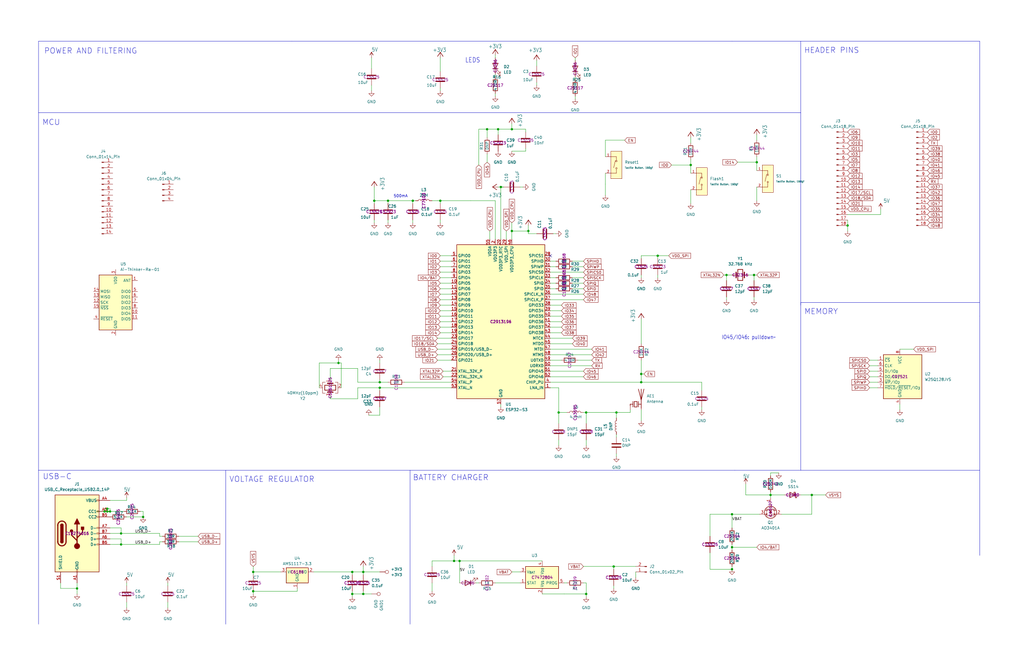
<source format=kicad_sch>
(kicad_sch (version 20250114) (generator "eeschema") (generator_version "9.0")
  (paper "User" 472.592 300.253)
  (text "BATTERY CHARGER" (at 208.026 220.726 0) (effects (font (size 2.54 2.54))))
  (text "VOLTAGE REGULATOR" (at 125.476 221.488 0) (effects (font (size 2.54 2.54))))
  (text "500mA" (at 184.912 90.678 0) (effects (font (size 1.27 1.27))))
  (text "LEDS" (at 214.63 29.21 0) (effects (font (size 2.1844 1.8567)) (justify left bottom)))
  (text "MCU" (at 23.622 56.642 0) (effects (font (size 2.54 2.54))))
  (text "HEADER PINS" (at 383.794 23.368 0) (effects (font (size 2.54 2.54))))
  (text "MEMORY" (at 378.968 144.018 0) (effects (font (size 2.54 2.54))))
  (text "POWER AND FILTERING" (at 20.32 25.146 0) (effects (font (size 2.54 2.54)) (justify left bottom)))
  (text "IO45/IO46: pulldown~~{}" (at 332.994 156.972 0) (effects (font (size 1.778 1.5113)) (justify left bottom)))
  (text "USB-C" (at 26.416 220.218 0) (effects (font (size 2.54 2.54))))
  (junction (at 55.88 246.38))
  (junction (at 116.84 273.05))
  (junction (at 162.56 264.16))
  (junction (at 236.22 106.68))
  (junction (at 55.88 251.46))
  (junction (at 50.8 236.22))
  (junction (at 337.82 262.89))
  (junction (at 335.28 127))
  (junction (at 48.26 236.22))
  (junction (at 391.16 104.14))
  (junction (at 167.64 274.32))
  (junction (at 179.07 92.71))
  (junction (at 212.09 259.08))
  (junction (at 172.72 92.71))
  (junction (at 175.26 176.53))
  (junction (at 318.77 76.2))
  (junction (at 303.53 118.11))
  (junction (at 209.55 259.08))
  (junction (at 229.87 59.69))
  (junction (at 355.6 228.6))
  (junction (at 270.51 190.5))
  (junction (at 66.04 238.76))
  (junction (at 175.26 179.07))
  (junction (at 295.91 176.53))
  (junction (at 167.64 264.16))
  (junction (at 236.22 59.69))
  (junction (at 203.2 92.71))
  (junction (at 224.79 59.69))
  (junction (at 156.21 167.64))
  (junction (at 35.56 271.78))
  (junction (at 243.84 106.68))
  (junction (at 337.82 252.73))
  (junction (at 116.84 264.16))
  (junction (at 349.25 74.93))
  (junction (at 162.56 274.32))
  (junction (at 374.65 228.6))
  (junction (at 283.21 261.62))
  (junction (at 270.51 274.32))
  (junction (at 257.81 190.5))
  (junction (at 337.82 237.49))
  (junction (at 49.53 234.95))
  (junction (at 295.91 172.72))
  (junction (at 284.48 190.5))
  (junction (at 231.14 86.36))
  (junction (at 190.5 92.71))
  (junction (at 347.98 127))
  (junction (at 49.53 236.22))
  (no_connect (at 254 118.11))
  (wire (pts (xy 162.56 264.16) (xy 167.64 264.16)) (stroke (width 0.1524)))
  (wire (pts (xy 264.16 128.27) (xy 269.24 128.27)) (stroke (width 0.1524)))
  (wire (pts (xy 254 148.59) (xy 259.08 148.59)))
  (wire (pts (xy 190.5 93.98) (xy 190.5 92.71)) (stroke (width 0.1524)))
  (wire (pts (xy 55.88 251.46) (xy 50.8 251.46)) (stroke (width 0.1524)))
  (wire (pts (xy 82.55 250.19) (xy 91.44 250.19)) (stroke (width 0.1524)))
  (wire (pts (xy 233.68 106.68) (xy 233.68 110.49)))
  (wire (pts (xy 283.21 270.51) (xy 283.21 271.78)) (stroke (width 0.1524)))
  (wire (pts (xy 269.24 261.62) (xy 283.21 261.62)) (stroke (width 0.1524)))
  (wire (pts (xy 175.26 176.53) (xy 179.07 176.53)))
  (wire (pts (xy 344.17 228.6) (xy 344.17 223.52)) (stroke (width 0.1524)))
  (wire (pts (xy 175.26 264.16) (xy 167.64 264.16)) (stroke (width 0.1524)))
  (wire (pts (xy 73.66 246.38) (xy 55.88 246.38)) (stroke (width 0.1524)))
  (wire (pts (xy 201.93 166.37) (xy 208.28 166.37)))
  (wire (pts (xy 203.2 92.71) (xy 203.2 93.98)) (stroke (width 0.1524)))
  (wire (pts (xy 208.28 135.89) (xy 203.2 135.89)) (stroke (width 0.1524)))
  (wire (pts (xy 254 168.91) (xy 273.05 168.91)))
  (wire (pts (xy 283.21 261.62) (xy 293.37 261.62)) (stroke (width 0.1524)))
  (wire (pts (xy 242.57 59.69) (xy 242.57 60.96)) (stroke (width 0.1524)))
  (wire (pts (xy 279.4 64.77) (xy 279.4 72.39)) (stroke (width 0.1524)))
  (wire (pts (xy 355.6 218.44) (xy 355.6 219.71)) (stroke (width 0.1524)))
  (wire (pts (xy 327.66 262.89) (xy 337.82 262.89)) (stroke (width 0.1524)))
  (wire (pts (xy 350.52 237.49) (xy 337.82 237.49)) (stroke (width 0.1524)))
  (wire (pts (xy 172.72 86.36) (xy 172.72 92.71)) (stroke (width 0.1524)))
  (wire (pts (xy 220.98 59.69) (xy 224.79 59.69)) (stroke (width 0.1524)))
  (wire (pts (xy 349.25 62.23) (xy 349.25 64.77)) (stroke (width 0.1524)))
  (wire (pts (xy 208.28 120.65) (xy 203.2 120.65)) (stroke (width 0.1524)))
  (polyline (pts (xy 106.68 217.17) (xy 339.09 217.17)) (stroke (width 0.1524) (type solid)))
  (wire (pts (xy 203.2 40.64) (xy 203.2 41.91)) (stroke (width 0.1524)))
  (wire (pts (xy 269.24 190.5) (xy 270.51 190.5)))
  (wire (pts (xy 201.93 92.71) (xy 203.2 92.71)) (stroke (width 0.1524)))
  (wire (pts (xy 48.26 236.22) (xy 48.26 234.95)) (stroke (width 0.1524)))
  (wire (pts (xy 50.8 236.22) (xy 49.53 236.22)))
  (wire (pts (xy 73.66 247.65) (xy 73.66 246.38)) (stroke (width 0.1524)))
  (polyline (pts (xy 452.12 217.17) (xy 452.12 256.54)) (stroke (width 0.1524) (type solid)))
  (wire (pts (xy 175.26 179.07) (xy 175.26 180.34)) (stroke (width 0.1524)))
  (wire (pts (xy 162.56 265.43) (xy 162.56 264.16)) (stroke (width 0.1524)))
  (wire (pts (xy 406.4 99.06) (xy 406.4 96.52)))
  (polyline (pts (xy 369.57 139.7) (xy 369.57 217.17)) (stroke (width 0.1524) (type solid)))
  (wire (pts (xy 256.54 133.35) (xy 254 133.35)) (stroke (width 0.1524)))
  (wire (pts (xy 224.79 63.5) (xy 224.79 59.69)) (stroke (width 0.1524)))
  (wire (pts (xy 260.35 269.24) (xy 261.62 269.24)) (stroke (width 0.1524)))
  (wire (pts (xy 209.55 259.08) (xy 212.09 259.08)) (stroke (width 0.1524)))
  (polyline (pts (xy 17.78 19.05) (xy 134.62 19.05)) (stroke (width 0.1524) (type solid)))
  (wire (pts (xy 232.41 86.36) (xy 231.14 86.36)))
  (wire (pts (xy 228.6 269.24) (xy 240.03 269.24)))
  (wire (pts (xy 208.28 151.13) (xy 203.2 151.13)) (stroke (width 0.1524)))
  (wire (pts (xy 254 151.13) (xy 259.08 151.13)))
  (wire (pts (xy 254 130.81) (xy 256.54 130.81)) (stroke (width 0.1524)))
  (wire (pts (xy 27.94 269.24) (xy 27.94 271.78)))
  (wire (pts (xy 349.25 86.36) (xy 349.25 92.71)) (stroke (width 0.1524)))
  (wire (pts (xy 374.65 237.49) (xy 374.65 228.6)) (stroke (width 0.1524)))
  (wire (pts (xy 208.28 148.59) (xy 203.2 148.59)) (stroke (width 0.1524)))
  (polyline (pts (xy 104.14 217.17) (xy 104.14 288.29)) (stroke (width 0.1524) (type solid)))
  (wire (pts (xy 243.84 104.14) (xy 243.84 106.68)))
  (wire (pts (xy 201.93 161.29) (xy 208.28 161.29)))
  (wire (pts (xy 279.4 64.77) (xy 288.29 64.77)) (stroke (width 0.1524)))
  (wire (pts (xy 157.48 179.07) (xy 157.48 167.64)))
  (wire (pts (xy 228.6 110.49) (xy 228.6 92.71)))
  (polyline (pts (xy 189.23 217.17) (xy 189.23 288.29)) (stroke (width 0.1524) (type solid)))
  (wire (pts (xy 327.66 255.27) (xy 327.66 262.89)) (stroke (width 0.1524)))
  (wire (pts (xy 257.81 179.07) (xy 257.81 190.5)))
  (wire (pts (xy 208.28 128.27) (xy 203.2 128.27)) (stroke (width 0.1524)))
  (wire (pts (xy 208.28 146.05) (xy 203.2 146.05)) (stroke (width 0.1524)))
  (wire (pts (xy 55.88 243.84) (xy 55.88 246.38)))
  (wire (pts (xy 318.77 76.2) (xy 318.77 80.01)) (stroke (width 0.1524)))
  (wire (pts (xy 254 179.07) (xy 257.81 179.07)))
  (wire (pts (xy 264.16 133.35) (xy 269.24 133.35)) (stroke (width 0.1524)))
  (wire (pts (xy 303.53 128.27) (xy 303.53 127)) (stroke (width 0.1524)))
  (wire (pts (xy 323.85 176.53) (xy 295.91 176.53)) (stroke (width 0.1524)))
  (polyline (pts (xy 17.78 217.17) (xy 17.78 288.29)) (stroke (width 0.1524) (type solid)))
  (wire (pts (xy 208.28 138.43) (xy 203.2 138.43)) (stroke (width 0.1524)))
  (wire (pts (xy 212.09 259.08) (xy 250.19 259.08)) (stroke (width 0.1524)))
  (wire (pts (xy 236.22 57.15) (xy 236.22 59.69)) (stroke (width 0.1524)))
  (wire (pts (xy 405.13 166.37) (xy 401.32 166.37)) (stroke (width 0.1524)))
  (wire (pts (xy 254 163.83) (xy 273.05 163.83)) (stroke (width 0.1524)))
  (wire (pts (xy 254 135.89) (xy 269.24 135.89)) (stroke (width 0.1524)))
  (polyline (pts (xy 369.57 139.7) (xy 452.12 139.7)) (stroke (width 0.1524) (type solid)))
  (wire (pts (xy 172.72 92.71) (xy 179.07 92.71)) (stroke (width 0.1524)))
  (wire (pts (xy 49.53 234.95) (xy 48.26 234.95)) (stroke (width 0.1524)))
  (polyline (pts (xy 106.68 217.17) (xy 17.78 217.17)) (stroke (width 0.1524) (type solid)))
  (wire (pts (xy 254 161.29) (xy 273.05 161.29)) (stroke (width 0.1524)))
  (wire (pts (xy 256.54 120.65) (xy 254 120.65)) (stroke (width 0.1524)))
  (wire (pts (xy 165.1 176.53) (xy 175.26 176.53)) (stroke (width 0.1524)))
  (wire (pts (xy 243.84 106.68) (xy 236.22 106.68)))
  (wire (pts (xy 199.39 261.62) (xy 199.39 259.08)) (stroke (width 0.1524)))
  (wire (pts (xy 295.91 158.75) (xy 295.91 147.32)) (stroke (width 0.1524)))
  (wire (pts (xy 264.16 120.65) (xy 269.24 120.65)) (stroke (width 0.1524)))
  (wire (pts (xy 254 156.21) (xy 264.16 156.21)) (stroke (width 0.1524)))
  (wire (pts (xy 391.16 106.68) (xy 391.16 104.14)) (stroke (width 0.1524)))
  (wire (pts (xy 228.6 44.45) (xy 228.6 43.18)) (stroke (width 0.1524)))
  (wire (pts (xy 50.8 248.92) (xy 55.88 248.92)))
  (wire (pts (xy 369.57 228.6) (xy 374.65 228.6)) (stroke (width 0.1524)))
  (wire (pts (xy 116.84 265.43) (xy 116.84 264.16)) (stroke (width 0.1524)))
  (wire (pts (xy 224.79 71.12) (xy 224.79 74.93)))
  (wire (pts (xy 327.66 237.49) (xy 337.82 237.49)) (stroke (width 0.1524)))
  (wire (pts (xy 208.28 140.97) (xy 203.2 140.97)) (stroke (width 0.1524)))
  (wire (pts (xy 55.88 248.92) (xy 55.88 251.46)))
  (wire (pts (xy 228.6 92.71) (xy 217.17 92.71)))
  (wire (pts (xy 82.55 247.65) (xy 91.44 247.65)) (stroke (width 0.1524)))
  (wire (pts (xy 116.84 264.16) (xy 116.84 261.62)) (stroke (width 0.1524)))
  (wire (pts (xy 152.4 184.15) (xy 165.1 184.15)) (stroke (width 0.1524)))
  (wire (pts (xy 256.54 128.27) (xy 254 128.27)) (stroke (width 0.1524)))
  (wire (pts (xy 257.81 190.5) (xy 261.62 190.5)))
  (wire (pts (xy 270.51 274.32) (xy 260.35 274.32)) (stroke (width 0.1524)))
  (wire (pts (xy 242.57 69.85) (xy 236.22 69.85)) (stroke (width 0.1524)))
  (wire (pts (xy 220.98 76.2) (xy 220.98 59.69)) (stroke (width 0.1524)))
  (wire (pts (xy 137.16 273.05) (xy 137.16 271.78)) (stroke (width 0.1524)))
  (wire (pts (xy 337.82 243.84) (xy 337.82 237.49)) (stroke (width 0.1524)))
  (wire (pts (xy 265.43 45.72) (xy 265.43 44.45)) (stroke (width 0.1524)))
  (wire (pts (xy 247.65 39.37) (xy 247.65 38.1)) (stroke (width 0.1524)))
  (wire (pts (xy 264.16 123.19) (xy 269.24 123.19)) (stroke (width 0.1524)))
  (wire (pts (xy 50.8 243.84) (xy 55.88 243.84)))
  (wire (pts (xy 270.51 203.2) (xy 270.51 205.74)))
  (wire (pts (xy 242.57 69.85) (xy 242.57 68.58)) (stroke (width 0.1524)))
  (wire (pts (xy 270.51 190.5) (xy 270.51 195.58)))
  (wire (pts (xy 318.77 73.66) (xy 318.77 76.2)) (stroke (width 0.1524)))
  (wire (pts (xy 167.64 274.32) (xy 162.56 274.32)) (stroke (width 0.1524)))
  (wire (pts (xy 265.43 26.67) (xy 265.43 27.94)) (stroke (width 0.1524)))
  (wire (pts (xy 201.93 156.21) (xy 208.28 156.21)))
  (wire (pts (xy 327.66 247.65) (xy 327.66 237.49)) (stroke (width 0.1524)))
  (wire (pts (xy 228.6 35.56) (xy 228.6 34.29)) (stroke (width 0.1524)))
  (wire (pts (xy 323.85 180.34) (xy 323.85 176.53)) (stroke (width 0.1524)))
  (wire (pts (xy 391.16 99.06) (xy 406.4 99.06)))
  (wire (pts (xy 236.22 264.16) (xy 240.03 264.16)))
  (wire (pts (xy 208.28 118.11) (xy 203.2 118.11)) (stroke (width 0.1524)))
  (wire (pts (xy 284.48 190.5) (xy 290.83 190.5)) (stroke (width 0.1524)))
  (wire (pts (xy 295.91 172.72) (xy 295.91 176.53)) (stroke (width 0.1524)))
  (wire (pts (xy 355.6 228.6) (xy 344.17 228.6)) (stroke (width 0.1524)))
  (wire (pts (xy 55.88 246.38) (xy 50.8 246.38)) (stroke (width 0.1524)))
  (wire (pts (xy 208.28 125.73) (xy 203.2 125.73)) (stroke (width 0.1524)))
  (wire (pts (xy 270.51 190.5) (xy 284.48 190.5)) (stroke (width 0.1524)))
  (wire (pts (xy 231.14 86.36) (xy 229.87 86.36)) (stroke (width 0.1524)))
  (wire (pts (xy 167.64 273.05) (xy 167.64 274.32)) (stroke (width 0.1524)))
  (wire (pts (xy 295.91 166.37) (xy 295.91 172.72)) (stroke (width 0.1524)))
  (wire (pts (xy 203.2 26.67) (xy 203.2 33.02)) (stroke (width 0.1524)))
  (wire (pts (xy 77.47 280.67) (xy 77.47 278.13)) (stroke (width 0.1524)))
  (wire (pts (xy 349.25 72.39) (xy 349.25 74.93)) (stroke (width 0.1524)))
  (wire (pts (xy 73.66 250.19) (xy 74.93 250.19)) (stroke (width 0.1524)))
  (wire (pts (xy 44.45 236.22) (xy 48.26 236.22)) (stroke (width 0.1524)))
  (wire (pts (xy 290.83 190.5) (xy 290.83 189.23)) (stroke (width 0.1524)))
  (wire (pts (xy 295.91 189.23) (xy 295.91 194.31)) (stroke (width 0.1524)))
  (wire (pts (xy 318.77 76.2) (xy 309.88 76.2)) (stroke (width 0.1524)))
  (wire (pts (xy 335.28 127) (xy 335.28 129.54)))
  (wire (pts (xy 254 153.67) (xy 259.08 153.67)))
  (wire (pts (xy 171.45 26.67) (xy 171.45 31.75)) (stroke (width 0.1524)))
  (wire (pts (xy 254 173.99) (xy 269.24 173.99)) (stroke (width 0.1524)))
  (wire (pts (xy 144.78 264.16) (xy 162.56 264.16)) (stroke (width 0.1524)))
  (wire (pts (xy 73.66 251.46) (xy 73.66 250.19)) (stroke (width 0.1524)))
  (wire (pts (xy 355.6 218.44) (xy 359.41 218.44)) (stroke (width 0.1524)))
  (wire (pts (xy 156.21 166.37) (xy 156.21 167.64)) (stroke (width 0.1524)))
  (wire (pts (xy 303.53 118.11) (xy 303.53 119.38)) (stroke (width 0.1524)))
  (wire (pts (xy 270.51 275.59) (xy 270.51 274.32)) (stroke (width 0.1524)))
  (wire (pts (xy 190.5 92.71) (xy 191.77 92.71)) (stroke (width 0.1524)))
  (wire (pts (xy 203.2 153.67) (xy 208.28 153.67)))
  (wire (pts (xy 152.4 182.88) (xy 152.4 184.15)) (stroke (width 0.1524)))
  (wire (pts (xy 167.64 261.62) (xy 167.64 264.16)) (stroke (width 0.1524)))
  (polyline (pts (xy 17.78 217.17) (xy 17.78 19.05)) (stroke (width 0.1524) (type solid)))
  (wire (pts (xy 405.13 176.53) (xy 401.32 176.53)) (stroke (width 0.1524)))
  (wire (pts (xy 254 158.75) (xy 264.16 158.75)) (stroke (width 0.1524)))
  (wire (pts (xy 297.18 172.72) (xy 295.91 172.72)) (stroke (width 0.1524)))
  (wire (pts (xy 64.77 236.22) (xy 66.04 236.22)))
  (wire (pts (xy 156.21 167.64) (xy 147.32 167.64)) (stroke (width 0.1524)))
  (wire (pts (xy 269.24 269.24) (xy 270.51 269.24)) (stroke (width 0.1524)))
  (wire (pts (xy 171.45 274.32) (xy 167.64 274.32)) (stroke (width 0.1524)))
  (wire (pts (xy 405.13 171.45) (xy 401.32 171.45)) (stroke (width 0.1524)))
  (wire (pts (xy 66.04 236.22) (xy 66.04 238.76)) (stroke (width 0.1524)))
  (wire (pts (xy 337.82 252.73) (xy 349.25 252.73)) (stroke (width 0.1524)))
  (wire (pts (xy 335.28 138.43) (xy 335.28 137.16)) (stroke (width 0.1524)))
  (wire (pts (xy 35.56 269.24) (xy 35.56 271.78)) (stroke (width 0.1524)))
  (wire (pts (xy 337.82 261.62) (xy 337.82 262.89)) (stroke (width 0.1524)))
  (wire (pts (xy 391.16 101.6) (xy 391.16 104.14)))
  (wire (pts (xy 284.48 201.93) (xy 284.48 200.66)) (stroke (width 0.1524)))
  (wire (pts (xy 162.56 273.05) (xy 162.56 274.32)) (stroke (width 0.1524)))
  (wire (pts (xy 355.6 229.87) (xy 355.6 228.6)) (stroke (width 0.1524)))
  (wire (pts (xy 165.1 170.18) (xy 165.1 176.53)) (stroke (width 0.1524)))
  (wire (pts (xy 242.57 59.69) (xy 236.22 59.69)) (stroke (width 0.1524)))
  (wire (pts (xy 303.53 118.11) (xy 308.61 118.11)) (stroke (width 0.1524)))
  (wire (pts (xy 58.42 231.14) (xy 50.8 231.14)) (stroke (width 0.1524)))
  (wire (pts (xy 228.6 25.4) (xy 228.6 26.67)) (stroke (width 0.1524)))
  (wire (pts (xy 355.6 228.6) (xy 361.95 228.6)) (stroke (width 0.1524)))
  (wire (pts (xy 236.22 106.68) (xy 236.22 110.49)))
  (wire (pts (xy 318.77 63.5) (xy 318.77 66.04)) (stroke (width 0.1524)))
  (wire (pts (xy 58.42 280.67) (xy 58.42 278.13)) (stroke (width 0.1524)))
  (wire (pts (xy 323.85 189.23) (xy 323.85 187.96)) (stroke (width 0.1524)))
  (wire (pts (xy 208.28 133.35) (xy 203.2 133.35)) (stroke (width 0.1524)))
  (wire (pts (xy 175.26 179.07) (xy 208.28 179.07)) (stroke (width 0.1524)))
  (wire (pts (xy 405.13 168.91) (xy 401.32 168.91)) (stroke (width 0.1524)))
  (wire (pts (xy 73.66 251.46) (xy 55.88 251.46)) (stroke (width 0.1524)))
  (wire (pts (xy 190.5 102.87) (xy 190.5 101.6)) (stroke (width 0.1524)))
  (wire (pts (xy 415.29 161.29) (xy 421.64 161.29)) (stroke (width 0.1524)))
  (wire (pts (xy 201.93 163.83) (xy 208.28 163.83)))
  (wire (pts (xy 208.28 123.19) (xy 203.2 123.19)) (stroke (width 0.1524)))
  (wire (pts (xy 208.28 130.81) (xy 203.2 130.81)) (stroke (width 0.1524)))
  (wire (pts (xy 58.42 229.87) (xy 58.42 231.14)) (stroke (width 0.1524)))
  (wire (pts (xy 129.54 264.16) (xy 116.84 264.16)) (stroke (width 0.1524)))
  (wire (pts (xy 256.54 107.95) (xy 255.27 107.95)) (stroke (width 0.1524)))
  (wire (pts (xy 318.77 87.63) (xy 318.77 93.98)) (stroke (width 0.1524)))
  (wire (pts (xy 295.91 118.11) (xy 295.91 119.38)) (stroke (width 0.1524)))
  (wire (pts (xy 165.1 179.07) (xy 175.26 179.07)) (stroke (width 0.1524)))
  (wire (pts (xy 415.29 189.23) (xy 415.29 186.69)) (stroke (width 0.1524)))
  (wire (pts (xy 347.98 138.43) (xy 347.98 137.16)) (stroke (width 0.1524)))
  (wire (pts (xy 231.14 187.96) (xy 231.14 186.69)) (stroke (width 0.1524)))
  (wire (pts (xy 250.19 274.32) (xy 260.35 274.32)))
  (wire (pts (xy 284.48 210.82) (xy 284.48 209.55)) (stroke (width 0.1524)))
  (wire (pts (xy 293.37 264.16) (xy 293.37 266.7)) (stroke (width 0.1524)))
  (polyline (pts (xy 369.57 19.05) (xy 369.57 52.07)) (stroke (width 0.1524) (type solid)))
  (wire (pts (xy 232.41 86.36) (xy 231.14 86.36)) (stroke (width 0.1524)))
  (wire (pts (xy 175.26 175.26) (xy 175.26 176.53)) (stroke (width 0.1524)))
  (wire (pts (xy 270.51 269.24) (xy 270.51 274.32)) (stroke (width 0.1524)))
  (wire (pts (xy 179.07 93.98) (xy 179.07 92.71)) (stroke (width 0.1524)))
  (wire (pts (xy 254 125.73) (xy 269.24 125.73)) (stroke (width 0.1524)))
  (wire (pts (xy 58.42 238.76) (xy 66.04 238.76)) (stroke (width 0.1524)))
  (wire (pts (xy 337.82 252.73) (xy 337.82 251.46)) (stroke (width 0.1524)))
  (polyline (pts (xy 337.82 19.05) (xy 134.62 19.05)) (stroke (width 0.1524) (type solid)))
  (wire (pts (xy 199.39 269.24) (xy 199.39 273.05)) (stroke (width 0.1524)))
  (wire (pts (xy 247.65 30.48) (xy 247.65 27.94)) (stroke (width 0.1524)))
  (wire (pts (xy 241.3 86.36) (xy 240.03 86.36)) (stroke (width 0.1524)))
  (wire (pts (xy 226.06 106.68) (xy 226.06 110.49)))
  (wire (pts (xy 381 228.6) (xy 374.65 228.6)) (stroke (width 0.1524)))
  (wire (pts (xy 295.91 118.11) (xy 303.53 118.11)) (stroke (width 0.1524)))
  (wire (pts (xy 49.53 236.22) (xy 48.26 236.22)) (stroke (width 0.1524)))
  (polyline (pts (xy 452.12 146.05) (xy 452.12 19.05)) (stroke (width 0.1524) (type solid)))
  (wire (pts (xy 172.72 93.98) (xy 172.72 92.71)) (stroke (width 0.1524)))
  (polyline (pts (xy 369.57 52.07) (xy 369.57 140.97)) (stroke (width 0.1524) (type solid)))
  (wire (pts (xy 175.26 191.77) (xy 170.18 191.77)) (stroke (width 0.1524)))
  (wire (pts (xy 165.1 184.15) (xy 165.1 179.07)) (stroke (width 0.1524)))
  (wire (pts (xy 27.94 271.78) (xy 35.56 271.78)))
  (wire (pts (xy 284.48 193.04) (xy 284.48 190.5)) (stroke (width 0.1524)))
  (wire (pts (xy 208.28 143.51) (xy 203.2 143.51)) (stroke (width 0.1524)))
  (wire (pts (xy 219.71 269.24) (xy 220.98 269.24)) (stroke (width 0.1524)))
  (wire (pts (xy 335.28 127) (xy 337.82 127)))
  (wire (pts (xy 347.98 127) (xy 349.25 127)))
  (wire (pts (xy 265.43 36.83) (xy 265.43 35.56)) (stroke (width 0.1524)))
  (wire (pts (xy 405.13 173.99) (xy 401.32 173.99)) (stroke (width 0.1524)))
  (wire (pts (xy 74.93 247.65) (xy 73.66 247.65)) (stroke (width 0.1524)))
  (wire (pts (xy 116.84 273.05) (xy 137.16 273.05)) (stroke (width 0.1524)))
  (polyline (pts (xy 17.78 52.07) (xy 369.57 52.07)) (stroke (width 0.1524) (type solid)))
  (wire (pts (xy 35.56 271.78) (xy 35.56 274.32)) (stroke (width 0.1524)))
  (wire (pts (xy 201.93 158.75) (xy 208.28 158.75)))
  (wire (pts (xy 254 140.97) (xy 259.08 140.97)))
  (wire (pts (xy 203.2 102.87) (xy 203.2 101.6)) (stroke (width 0.1524)))
  (wire (pts (xy 58.42 270.51) (xy 58.42 269.24)) (stroke (width 0.1524)))
  (wire (pts (xy 157.48 167.64) (xy 156.21 167.64)))
  (wire (pts (xy 264.16 130.81) (xy 269.24 130.81)) (stroke (width 0.1524)))
  (wire (pts (xy 229.87 59.69) (xy 236.22 59.69)) (stroke (width 0.1524)))
  (wire (pts (xy 171.45 39.37) (xy 171.45 41.91)) (stroke (width 0.1524)))
  (wire (pts (xy 175.26 191.77) (xy 175.26 187.96)) (stroke (width 0.1524)))
  (wire (pts (xy 204.47 171.45) (xy 208.28 171.45)))
  (wire (pts (xy 334.01 127) (xy 335.28 127)))
  (wire (pts (xy 199.39 92.71) (xy 201.93 92.71)))
  (wire (pts (xy 50.8 236.22) (xy 49.53 236.22)) (stroke (width 0.1524)))
  (wire (pts (xy 49.53 236.22) (xy 49.53 234.95)))
  (wire (pts (xy 162.56 274.32) (xy 162.56 275.59)) (stroke (width 0.1524)))
  (wire (pts (xy 256.54 123.19) (xy 254 123.19)) (stroke (width 0.1524)))
  (wire (pts (xy 347.98 127) (xy 347.98 129.54)))
  (wire (pts (xy 349.25 74.93) (xy 340.36 74.93)) (stroke (width 0.1524)))
  (wire (pts (xy 355.6 227.33) (xy 355.6 228.6)) (stroke (width 0.1524)))
  (polyline (pts (xy 452.12 217.17) (xy 452.12 146.05)) (stroke (width 0.1524) (type solid)))
  (wire (pts (xy 257.81 203.2) (xy 257.81 205.74)))
  (wire (pts (xy 147.32 167.64) (xy 147.32 179.07)) (stroke (width 0.1524)))
  (wire (pts (xy 257.81 190.5) (xy 257.81 195.58)))
  (wire (pts (xy 50.8 236.22) (xy 57.15 236.22)) (stroke (width 0.1524)))
  (wire (pts (xy 229.87 62.23) (xy 229.87 59.69)) (stroke (width 0.1524)))
  (wire (pts (xy 279.4 80.01) (xy 279.4 85.09)))
  (polyline (pts (xy 339.09 217.17) (xy 452.12 217.17)) (stroke (width 0.1524) (type solid)))
  (wire (pts (xy 236.22 102.87) (xy 236.22 106.68)))
  (wire (pts (xy 152.4 170.18) (xy 165.1 170.18)) (stroke (width 0.1524)))
  (wire (pts (xy 209.55 256.54) (xy 209.55 259.08)) (stroke (width 0.1524)))
  (wire (pts (xy 279.4 85.09) (xy 279.4 90.17)) (stroke (width 0.1524)))
  (wire (pts (xy 179.07 92.71) (xy 190.5 92.71)) (stroke (width 0.1524)))
  (wire (pts (xy 50.8 234.95) (xy 49.53 234.95)) (stroke (width 0.1524)))
  (polyline (pts (xy 452.12 19.05) (xy 337.82 19.05)) (stroke (width 0.1524) (type solid)))
  (wire (pts (xy 254 176.53) (xy 295.91 176.53)) (stroke (width 0.1524)))
  (wire (pts (xy 360.68 237.49) (xy 374.65 237.49)) (stroke (width 0.1524)))
  (wire (pts (xy 186.69 176.53) (xy 208.28 176.53)))
  (wire (pts (xy 77.47 270.51) (xy 77.47 269.24)) (stroke (width 0.1524)))
  (wire (pts (xy 231.14 86.36) (xy 231.14 110.49)) (stroke (width 0.1524)))
  (wire (pts (xy 243.84 107.95) (xy 243.84 106.68)))
  (wire (pts (xy 224.79 59.69) (xy 229.87 59.69)) (stroke (width 0.1524)))
  (wire (pts (xy 247.65 107.95) (xy 243.84 107.95)))
  (wire (pts (xy 50.8 236.22) (xy 50.8 234.95)) (stroke (width 0.1524)))
  (wire (pts (xy 212.09 269.24) (xy 212.09 259.08)) (stroke (width 0.1524)))
  (wire (pts (xy 283.21 262.89) (xy 283.21 261.62)) (stroke (width 0.1524)))
  (wire (pts (xy 175.26 166.37) (xy 175.26 167.64)) (stroke (width 0.1524)))
  (wire (pts (xy 167.64 265.43) (xy 167.64 264.16)) (stroke (width 0.1524)))
  (wire (pts (xy 345.44 127) (xy 347.98 127)))
  (wire (pts (xy 254 146.05) (xy 259.08 146.05)))
  (wire (pts (xy 266.7 166.37) (xy 273.05 166.37)))
  (wire (pts (xy 152.4 175.26) (xy 152.4 170.18)) (stroke (width 0.1524)))
  (wire (pts (xy 295.91 128.27) (xy 295.91 127)) (stroke (width 0.1524)))
  (wire (pts (xy 217.17 92.71) (xy 203.2 92.71)) (stroke (width 0.1524)))
  (wire (pts (xy 49.53 234.95) (xy 48.26 234.95)))
  (wire (pts (xy 254 138.43) (xy 269.24 138.43)) (stroke (width 0.1524)))
  (wire (pts (xy 254 143.51) (xy 259.08 143.51)))
  (wire (pts (xy 116.84 274.32) (xy 116.84 273.05)) (stroke (width 0.1524)))
  (wire (pts (xy 199.39 259.08) (xy 209.55 259.08)) (stroke (width 0.1524)))
  (wire (pts (xy 259.08 166.37) (xy 254 166.37)) (stroke (width 0.1524)))
  (wire (pts (xy 179.07 102.87) (xy 179.07 101.6)) (stroke (width 0.1524)))
  (wire (pts (xy 254 171.45) (xy 269.24 171.45)) (stroke (width 0.1524)))
  (wire (pts (xy 172.72 102.87) (xy 172.72 101.6)) (stroke (width 0.1524)))
  (wire (pts (xy 337.82 254) (xy 337.82 252.73)) (stroke (width 0.1524)))
  (wire (pts (xy 405.13 179.07) (xy 401.32 179.07)) (stroke (width 0.1524)))
  (wire (pts (xy 204.47 173.99) (xy 208.28 173.99)))
  (wire (pts (xy 349.25 74.93) (xy 349.25 78.74)) (stroke (width 0.1524)))
  (label "VBAT" (at 337.82 240.665 0) (effects (font (size 1.2446 1.2446))))
  (label "USB_D-" (at 62.23 246.38 0) (effects (font (size 1.2446 1.2446))))
  (label "USB_D+" (at 62.23 251.46 0) (effects (font (size 1.2446 1.2446))))
  (label "5V" (at 212.09 264.16 0) (effects (font (size 1.2446 1.2446))))
  (global_label "IO12" (shape input) (at 203.2 148.59 180) (property "Intersheetrefs" "${INTERSHEET_REFS}" (effects (hide yes))))
  (global_label "IO1" (shape input) (at 265.43 26.67 90) (property "Intersheetrefs" "${INTERSHEET_REFS}" (effects (hide yes))))
  (global_label "IO46" (shape input) (at 269.24 173.99 0) (property "Intersheetrefs" "${INTERSHEET_REFS}" (effects (hide yes))))
  (global_label "IO4{slash}BAT" (shape input) (at 203.2 128.27 180) (property "Intersheetrefs" "${INTERSHEET_REFS}" (effects (hide yes))))
  (global_label "TX" (shape input) (at 427.99 66.04 0) (property "Intersheetrefs" "${INTERSHEET_REFS}" (effects (hide yes))))
  (global_label "IO48" (shape input) (at 269.24 135.89 0) (property "Intersheetrefs" "${INTERSHEET_REFS}" (effects (hide yes))))
  (global_label "IO17{slash}SCL" (shape input) (at 201.93 156.21 180) (property "Intersheetrefs" "${INTERSHEET_REFS}" (effects (hide yes))))
  (global_label "USB_D-" (shape input) (at 91.44 247.65 0) (property "Intersheetrefs" "${INTERSHEET_REFS}" (effects (hide yes))))
  (global_label "IO11" (shape input) (at 203.2 146.05 180) (property "Intersheetrefs" "${INTERSHEET_REFS}" (effects (hide yes))))
  (global_label "IO8" (shape input) (at 203.2 138.43 180) (property "Intersheetrefs" "${INTERSHEET_REFS}" (effects (hide yes))))
  (global_label "SPIQ" (shape input) (at 269.24 130.81 0) (property "Intersheetrefs" "${INTERSHEET_REFS}" (effects (hide yes))))
  (global_label "IO14" (shape input) (at 340.36 74.93 180) (property "Intersheetrefs" "${INTERSHEET_REFS}" (effects (hide yes))))
  (global_label "IO40" (shape input) (at 427.99 73.66 0) (property "Intersheetrefs" "${INTERSHEET_REFS}" (effects (hide yes))))
  (global_label "USB_D+" (shape input) (at 201.93 163.83 180) (property "Intersheetrefs" "${INTERSHEET_REFS}" (effects (hide yes))))
  (global_label "VSYS" (shape input) (at 116.84 261.62 90) (property "Intersheetrefs" "${INTERSHEET_REFS}" (effects (hide yes))))
  (global_label "SPIQ" (shape input) (at 401.32 173.99 180) (property "Intersheetrefs" "${INTERSHEET_REFS}" (effects (hide yes))))
  (global_label "VSYS" (shape input) (at 381 228.6 0) (property "Intersheetrefs" "${INTERSHEET_REFS}" (effects (hide yes))))
  (global_label "IO5" (shape input) (at 203.2 130.81 180) (property "Intersheetrefs" "${INTERSHEET_REFS}" (effects (hide yes))))
  (global_label "IO21" (shape input) (at 201.93 166.37 180) (property "Intersheetrefs" "${INTERSHEET_REFS}" (effects (hide yes))))
  (global_label "IO1" (shape input) (at 203.2 120.65 180) (property "Intersheetrefs" "${INTERSHEET_REFS}" (effects (hide yes))))
  (global_label "VBAT" (shape input) (at 236.22 264.16 180) (property "Intersheetrefs" "${INTERSHEET_REFS}" (effects (hide yes))))
  (global_label "IO41" (shape input) (at 273.05 161.29 0) (property "Intersheetrefs" "${INTERSHEET_REFS}" (effects (hide yes))))
  (global_label "VDD_SPI" (shape input) (at 308.61 118.11 0) (property "Intersheetrefs" "${INTERSHEET_REFS}" (effects (hide yes))))
  (global_label "IO0" (shape input) (at 427.99 60.96 0) (property "Intersheetrefs" "${INTERSHEET_REFS}" (effects (hide yes))))
  (global_label "RX" (shape input) (at 427.99 83.82 0) (property "Intersheetrefs" "${INTERSHEET_REFS}" (effects (hide yes))))
  (global_label "IO36" (shape input) (at 427.99 91.44 0) (property "Intersheetrefs" "${INTERSHEET_REFS}" (effects (hide yes))))
  (global_label "IO35" (shape input) (at 427.99 96.52 0) (property "Intersheetrefs" "${INTERSHEET_REFS}" (effects (hide yes))))
  (global_label "IO38" (shape input) (at 259.08 153.67 0) (property "Intersheetrefs" "${INTERSHEET_REFS}" (effects (hide yes))))
  (global_label "IO9" (shape input) (at 391.16 63.5 0) (property "Intersheetrefs" "${INTERSHEET_REFS}" (effects (hide yes))))
  (global_label "VDD_CPU" (shape input) (at 391.16 96.52 0) (property "Intersheetrefs" "${INTERSHEET_REFS}" (effects (hide yes))))
  (global_label "IO3" (shape input) (at 203.2 125.73 180) (property "Intersheetrefs" "${INTERSHEET_REFS}" (effects (hide yes))))
  (global_label "IO8" (shape input) (at 391.16 78.74 0) (property "Intersheetrefs" "${INTERSHEET_REFS}" (effects (hide yes))))
  (global_label "IO33" (shape input) (at 427.99 101.6 0) (property "Intersheetrefs" "${INTERSHEET_REFS}" (effects (hide yes))))
  (global_label "USB_D+" (shape input) (at 91.44 250.19 0) (property "Intersheetrefs" "${INTERSHEET_REFS}" (effects (hide yes))))
  (global_label "IO46" (shape input) (at 427.99 78.74 0) (property "Intersheetrefs" "${INTERSHEET_REFS}" (effects (hide yes))))
  (global_label "RX" (shape input) (at 273.05 168.91 0) (property "Intersheetrefs" "${INTERSHEET_REFS}" (effects (hide yes))))
  (global_label "IO0" (shape input) (at 309.88 76.2 180) (property "Intersheetrefs" "${INTERSHEET_REFS}" (effects (hide yes))))
  (global_label "IO37" (shape input) (at 259.08 151.13 0) (property "Intersheetrefs" "${INTERSHEET_REFS}" (effects (hide yes))))
  (global_label "IO33" (shape input) (at 259.08 140.97 0) (property "Intersheetrefs" "${INTERSHEET_REFS}" (effects (hide yes))))
  (global_label "IO7" (shape input) (at 391.16 76.2 0) (property "Intersheetrefs" "${INTERSHEET_REFS}" (effects (hide yes))))
  (global_label "IO14" (shape input) (at 203.2 153.67 180) (property "Intersheetrefs" "${INTERSHEET_REFS}" (effects (hide yes))))
  (global_label "IO47" (shape input) (at 427.99 93.98 0) (property "Intersheetrefs" "${INTERSHEET_REFS}" (effects (hide yes))))
  (global_label "IO42" (shape input) (at 427.99 88.9 0) (property "Intersheetrefs" "${INTERSHEET_REFS}" (effects (hide yes))))
  (global_label "XTAL32P" (shape input) (at 349.25 127 0) (property "Intersheetrefs" "${INTERSHEET_REFS}" (effects (hide yes))))
  (global_label "VDD_SPI" (shape input) (at 421.64 161.29 0) (property "Intersheetrefs" "${INTERSHEET_REFS}" (effects (hide yes))))
  (global_label "IO2" (shape input) (at 427.99 63.5 0) (property "Intersheetrefs" "${INTERSHEET_REFS}" (effects (hide yes))))
  (global_label "IO11" (shape input) (at 391.16 68.58 0) (property "Intersheetrefs" "${INTERSHEET_REFS}" (effects (hide yes))))
  (global_label "VDD_CPU" (shape input) (at 226.06 106.68 90) (property "Intersheetrefs" "${INTERSHEET_REFS}" (effects (hide yes))))
  (global_label "VBAT" (shape input) (at 269.24 261.62 180) (property "Intersheetrefs" "${INTERSHEET_REFS}" (effects (hide yes))))
  (global_label "USB_D-" (shape input) (at 201.93 161.29 180) (property "Intersheetrefs" "${INTERSHEET_REFS}" (effects (hide yes))))
  (global_label "SPIWP" (shape input) (at 401.32 176.53 180) (property "Intersheetrefs" "${INTERSHEET_REFS}" (effects (hide yes))))
  (global_label "IO10" (shape input) (at 391.16 66.04 0) (property "Intersheetrefs" "${INTERSHEET_REFS}" (effects (hide yes))))
  (global_label "SPID" (shape input) (at 401.32 171.45 180) (property "Intersheetrefs" "${INTERSHEET_REFS}" (effects (hide yes))))
  (global_label "IO39" (shape input) (at 427.99 68.58 0) (property "Intersheetrefs" "${INTERSHEET_REFS}" (effects (hide yes))))
  (global_label "IO5" (shape input) (at 391.16 73.66 0) (property "Intersheetrefs" "${INTERSHEET_REFS}" (effects (hide yes))))
  (global_label "XTAL32N" (shape input) (at 204.47 173.99 180) (property "Intersheetrefs" "${INTERSHEET_REFS}" (effects (hide yes))))
  (global_label "IO7" (shape input) (at 203.2 135.89 180) (property "Intersheetrefs" "${INTERSHEET_REFS}" (effects (hide yes))))
  (global_label "XTAL32P" (shape input) (at 204.47 171.45 180) (property "Intersheetrefs" "${INTERSHEET_REFS}" (effects (hide yes))))
  (global_label "EN" (shape input) (at 297.18 172.72 0) (property "Intersheetrefs" "${INTERSHEET_REFS}" (effects (hide yes))))
  (global_label "IO4{slash}BAT" (shape input) (at 349.25 252.73 0) (property "Intersheetrefs" "${INTERSHEET_REFS}" (effects (hide yes))))
  (global_label "VDD_CPU" (shape input) (at 220.98 76.2 270) (property "Intersheetrefs" "${INTERSHEET_REFS}" (effects (hide yes))))
  (global_label "IO18{slash}SDA" (shape input) (at 391.16 91.44 0) (property "Intersheetrefs" "${INTERSHEET_REFS}" (effects (hide yes))))
  (global_label "EN" (shape input) (at 288.29 64.77 0) (property "Intersheetrefs" "${INTERSHEET_REFS}" (effects (hide yes))))
  (global_label "IO45" (shape input) (at 427.99 81.28 0) (property "Intersheetrefs" "${INTERSHEET_REFS}" (effects (hide yes))))
  (global_label "TX" (shape input) (at 273.05 166.37 0) (property "Intersheetrefs" "${INTERSHEET_REFS}" (effects (hide yes))))
  (global_label "IO3" (shape input) (at 391.16 71.12 0) (property "Intersheetrefs" "${INTERSHEET_REFS}" (effects (hide yes))))
  (global_label "IO10" (shape input) (at 203.2 143.51 180) (property "Intersheetrefs" "${INTERSHEET_REFS}" (effects (hide yes))))
  (global_label "IO35" (shape input) (at 259.08 146.05 0) (property "Intersheetrefs" "${INTERSHEET_REFS}" (effects (hide yes))))
  (global_label "IO40" (shape input) (at 264.16 158.75 0) (property "Intersheetrefs" "${INTERSHEET_REFS}" (effects (hide yes))))
  (global_label "SPID" (shape input) (at 269.24 133.35 0) (property "Intersheetrefs" "${INTERSHEET_REFS}" (effects (hide yes))))
  (global_label "IO37" (shape input) (at 427.99 86.36 0) (property "Intersheetrefs" "${INTERSHEET_REFS}" (effects (hide yes))))
  (global_label "IO13" (shape input) (at 203.2 151.13 180) (property "Intersheetrefs" "${INTERSHEET_REFS}" (effects (hide yes))))
  (global_label "IO41" (shape input) (at 427.99 76.2 0) (property "Intersheetrefs" "${INTERSHEET_REFS}" (effects (hide yes))))
  (global_label "IO13" (shape input) (at 391.16 83.82 0) (property "Intersheetrefs" "${INTERSHEET_REFS}" (effects (hide yes))))
  (global_label "IO45" (shape input) (at 224.79 74.93 270) (property "Intersheetrefs" "${INTERSHEET_REFS}" (effects (hide yes))))
  (global_label "SPICS0" (shape input) (at 401.32 166.37 180) (property "Intersheetrefs" "${INTERSHEET_REFS}" (effects (hide yes))))
  (global_label "IO36" (shape input) (at 259.08 148.59 0) (property "Intersheetrefs" "${INTERSHEET_REFS}" (effects (hide yes))))
  (global_label "IO21" (shape input) (at 391.16 93.98 0) (property "Intersheetrefs" "${INTERSHEET_REFS}" (effects (hide yes))))
  (global_label "IO0" (shape input) (at 203.2 118.11 180) (property "Intersheetrefs" "${INTERSHEET_REFS}" (effects (hide yes))))
  (global_label "IO38" (shape input) (at 427.99 71.12 0) (property "Intersheetrefs" "${INTERSHEET_REFS}" (effects (hide yes))))
  (global_label "IO14" (shape input) (at 391.16 86.36 0) (property "Intersheetrefs" "${INTERSHEET_REFS}" (effects (hide yes))))
  (global_label "IO34" (shape input) (at 427.99 99.06 0) (property "Intersheetrefs" "${INTERSHEET_REFS}" (effects (hide yes))))
  (global_label "SPISCK" (shape input) (at 401.32 168.91 180) (property "Intersheetrefs" "${INTERSHEET_REFS}" (effects (hide yes))))
  (global_label "SPIHD" (shape input) (at 401.32 179.07 180) (property "Intersheetrefs" "${INTERSHEET_REFS}" (effects (hide yes))))
  (global_label "IO48" (shape input) (at 427.99 104.14 0) (property "Intersheetrefs" "${INTERSHEET_REFS}" (effects (hide yes))))
  (global_label "IO47" (shape input) (at 269.24 138.43 0) (property "Intersheetrefs" "${INTERSHEET_REFS}" (effects (hide yes))))
  (global_label "IO9" (shape input) (at 203.2 140.97 180) (property "Intersheetrefs" "${INTERSHEET_REFS}" (effects (hide yes))))
  (global_label "IO17{slash}SCL" (shape input) (at 391.16 88.9 0) (property "Intersheetrefs" "${INTERSHEET_REFS}" (effects (hide yes))))
  (global_label "XTAL32N" (shape input) (at 334.01 127 180) (property "Intersheetrefs" "${INTERSHEET_REFS}" (effects (hide yes))))
  (global_label "SPIWP" (shape input) (at 269.24 123.19 0) (property "Intersheetrefs" "${INTERSHEET_REFS}" (effects (hide yes))))
  (global_label "IO2" (shape input) (at 203.2 123.19 180) (property "Intersheetrefs" "${INTERSHEET_REFS}" (effects (hide yes))))
  (global_label "VDD_CPU" (shape input) (at 236.22 102.87 90) (property "Intersheetrefs" "${INTERSHEET_REFS}" (effects (hide yes))))
  (global_label "IO18{slash}SDA" (shape input) (at 201.93 158.75 180) (property "Intersheetrefs" "${INTERSHEET_REFS}" (effects (hide yes))))
  (global_label "SPISCK" (shape input) (at 269.24 128.27 0) (property "Intersheetrefs" "${INTERSHEET_REFS}" (effects (hide yes))))
  (global_label "IO6" (shape input) (at 391.16 60.96 0) (property "Intersheetrefs" "${INTERSHEET_REFS}" (effects (hide yes))))
  (global_label "IO39" (shape input) (at 264.16 156.21 0) (property "Intersheetrefs" "${INTERSHEET_REFS}" (effects (hide yes))))
  (global_label "IO42" (shape input) (at 273.05 163.83 0) (property "Intersheetrefs" "${INTERSHEET_REFS}" (effects (hide yes))))
  (global_label "VDD_SPI" (shape input) (at 233.68 106.68 90) (property "Intersheetrefs" "${INTERSHEET_REFS}" (effects (hide yes))))
  (global_label "IO6" (shape input) (at 203.2 133.35 180) (property "Intersheetrefs" "${INTERSHEET_REFS}" (effects (hide yes))))
  (global_label "IO12" (shape input) (at 391.16 81.28 0) (property "Intersheetrefs" "${INTERSHEET_REFS}" (effects (hide yes))))
  (global_label "SPIHD" (shape input) (at 269.24 120.65 0) (property "Intersheetrefs" "${INTERSHEET_REFS}" (effects (hide yes))))
  (global_label "SPICS0" (shape input) (at 269.24 125.73 0) (property "Intersheetrefs" "${INTERSHEET_REFS}" (effects (hide yes))))
  (global_label "IO34" (shape input) (at 259.08 143.51 0) (property "Intersheetrefs" "${INTERSHEET_REFS}" (effects (hide yes))))
  (global_label "IO45" (shape input) (at 269.24 171.45 0) (property "Intersheetrefs" "${INTERSHEET_REFS}" (effects (hide yes))))
  (symbol (lib_id "Memory_Flash:W25Q128JVS") (at 415.29 173.99 0) (unit 1)
    (property "Reference" "U2" (at 426.72 172.7199 0) (effects (justify left)))
    (property "Value" "W25Q128JVS" (at 426.72 175.2599 0) (effects (justify left)))
    (property "Footprint" "Package_SO:SOIC-8_5.3x5.3mm_P1.27mm" (effects (hide yes)))
    (property "Datasheet" "https://www.winbond.com/resource-files/w25q128jv_dtr%20revc%2003272018%20plus.pdf" (effects (hide yes)))
    (property "Description" "128Mbit / 16MiB Serial Flash Memory, Standard/Dual/Quad SPI, 2.7-3.6V, SOIC-8" (effects (hide yes)))
    (property "MNF PART NUMBER" "C97521" (at 415.29 173.99 0))
    (property "LCSC" "C97521" (at 415.29 173.99 0))
  )
  (symbol (lib_id "Device:R") (at 262.89 166.37 90) (unit 1)
    (property "Reference" "R24" (at 262.89 163.83 90))
    (property "Value" "470R" (at 262.89 166.37 90))
    (property "Footprint" "Resistor_SMD:R_0402_1005Metric" (effects (hide yes)))
    (property "MNF PART NUMBER" "C25117" (effects (hide yes)))
    (property "LCSC" "C25117" (at 262.89 166.37 0))
  )
  (symbol (lib_id "Connector:USB_C_Receptacle_USB2.0_14P") (at 35.56 246.38 0) (unit 1)
    (property "Reference" "J1" (at 35.56 223.52 0))
    (property "Value" "USB_C_Receptacle_USB2.0_14P" (at 35.56 226.06 0))
    (property "Footprint" "Connector_USB:USB_C_Receptacle_HCTL_HC-TYPE-C-16P-01A" (effects (hide yes)))
    (property "Datasheet" "https://www.usb.org/sites/default/files/documents/usb_type-c.zip" (effects (hide yes)))
    (property "Description" "USB 2.0-only 14P Type-C Receptacle connector" (effects (hide yes)))
    (property "MNF PART NUMBER" "C19274016" (at 35.56 246.38 0))
    (property "LCSC" "C19274016" (at 35.56 246.38 0))
  )
  (symbol (lib_id "Device:C") (at 327.66 251.46 0) (unit 1)
    (property "Reference" "C8" (at 331.47 250.19 0) (effects (justify left)))
    (property "Value" "10uF" (at 331.47 252.73 0) (effects (justify left)))
    (property "Footprint" "Capacitor_SMD:C_0402_1005Metric" (effects (hide yes)))
    (property "MNF PART NUMBER" "C15525" (effects (hide yes)))
    (property "LCSC" "C15525" (at 327.66 251.46 0))
  )
  (symbol (lib_id "power:GND") (at 303.53 128.27 0) (unit 1)
    (property "Reference" "#PWR019" (effects (hide yes)))
    (property "Value" "GND" (at 303.53 133.35 0))
  )
  (symbol (lib_id "Device:LED") (at 228.6 30.48 90) (unit 1)
    (property "Reference" "D2" (at 232.41 30.7975 90) (effects (justify right)))
    (property "Value" "LED" (at 232.41 33.3375 90) (effects (justify right)))
    (property "Footprint" "LED_SMD:LED_0603_1608Metric" (effects (hide yes)))
    (property "MNF PART NUMBER" "C2286" (effects (hide yes)))
    (property "LCSC" "C2286" (at 228.6 30.48 0))
  )
  (symbol (lib_id "Device:R") (at 78.74 250.19 90) (unit 1)
    (property "Reference" "R18" (at 78.994 252.222 90))
    (property "Value" "33R" (at 78.74 250.19 90))
    (property "Footprint" "Resistor_SMD:R_0402_1005Metric" (effects (hide yes)))
    (property "MNF PART NUMBER" "C25105" (effects (hide yes)))
    (property "LCSC" "C25105" (at 78.74 250.19 0))
  )
  (symbol (lib_id "power:GND") (at 347.98 138.43 0) (unit 1)
    (property "Reference" "#PWR050" (effects (hide yes)))
    (property "Value" "GND" (at 347.98 143.51 0))
  )
  (symbol (lib_id "power:GND") (at 349.25 92.71 0) (unit 1)
    (property "Reference" "#PWR021" (effects (hide yes)))
    (property "Value" "GND" (at 349.25 97.79 0))
  )
  (symbol (lib_id "Device:R") (at 228.6 39.37 0) (unit 1)
    (property "Reference" "R16" (at 227.33 35.56 0) (effects (justify left)))
    (property "Value" "470R" (at 228.6 41.91 90) (effects (justify left)))
    (property "Footprint" "Resistor_SMD:R_0402_1005Metric" (effects (hide yes)))
    (property "MNF PART NUMBER" "C25117" (effects (hide yes)))
    (property "LCSC" "C25117" (at 228.6 39.37 0))
  )
  (symbol (lib_id "power:GND") (at 256.54 107.95 90) (mirror x) (unit 1)
    (property "Reference" "#PWR035" (effects (hide yes)))
    (property "Value" "GND" (at 261.62 107.95 0))
  )
  (symbol (lib_id "power:GND") (at 236.22 69.85 0) (unit 1)
    (property "Reference" "#PWR052" (effects (hide yes)))
    (property "Value" "GND" (at 236.22 74.93 0))
  )
  (symbol (lib_id "power:GND") (at 323.85 189.23 0) (mirror y) (unit 1)
    (property "Reference" "#PWR014" (effects (hide yes)))
    (property "Value" "GND" (at 323.85 194.31 0))
  )
  (symbol (lib_id "Device:R") (at 260.35 128.27 90) (mirror x) (unit 1)
    (property "Reference" "R28" (at 265.43 129.54 90))
    (property "Value" "0R" (at 260.35 128.27 90))
    (property "Footprint" "Resistor_SMD:R_0402_1005Metric" (effects (hide yes)))
    (property "MNF PART NUMBER" "C17168" (effects (hide yes)))
    (property "LCSC" "C17168" (at 260.35 128.27 0))
  )
  (symbol (lib_id "power:GND") (at 335.28 138.43 0) (unit 1)
    (property "Reference" "#PWR049" (effects (hide yes)))
    (property "Value" "GND" (at 335.28 143.51 0))
  )
  (symbol (lib_id "Device:L") (at 284.48 196.85 180) (unit 1)
    (property "Reference" "L5" (at 279.4 196.85 90))
    (property "Value" "DNP" (at 281.94 196.85 90))
    (property "Footprint" "Inductor_SMD:L_0402_1005Metric" (effects (hide yes)))
    (property "Description" "Inductor" (effects (hide yes)))
  )
  (symbol (lib_id "power:GND") (at 229.87 69.85 0) (unit 1)
    (property "Reference" "#PWR051" (effects (hide yes)))
    (property "Value" "GND" (at 229.87 74.93 0))
  )
  (symbol (lib_id "MaTouch 1.9“ TFT Breakout v1.1-eagle-import:5V") (at 58.42 229.87 0) (unit 1)
    (property "Reference" "#SUPPLY03" (effects (hide yes)))
    (property "Value" "5V" (at 57.15 227.076 0) (effects (font (size 1.778 1.5113)) (justify left bottom)))
  )
  (symbol (lib_id "power:GND") (at 265.43 45.72 0) (unit 1)
    (property "Reference" "#PWR034" (effects (hide yes)))
    (property "Value" "GND" (at 265.43 50.8 0))
  )
  (symbol (lib_id "power:GND") (at 270.51 275.59 0) (unit 1)
    (property "Reference" "#PWR022" (effects (hide yes)))
    (property "Value" "GND" (at 270.51 280.67 0))
  )
  (symbol (lib_id "Connector:TestPoint") (at 175.26 264.16 270) (unit 1)
    (property "Reference" "+3V3" (at 180.34 262.8899 90) (effects (justify left)))
    (property "Value" "+3V3" (at 180.34 265.4299 90) (effects (justify left)))
    (property "Footprint" "TestPoint:TestPoint_Pad_D1.0mm" (effects (hide yes)))
    (property "Description" "test point" (effects (hide yes)))
  )
  (symbol (lib_id "power:GND") (at 35.56 274.32 0) (unit 1)
    (property "Reference" "#PWR032" (effects (hide yes)))
    (property "Value" "GND" (at 35.56 279.4 0))
  )
  (symbol (lib_id "PCM_JLCPCB-Connectors_Buttons:Tactile Button, 160gf, 12V, 50mA, 4.0mm") (at 284.48 74.93 0) (unit 1)
    (property "Reference" "Reset1" (at 288.29 74.9299 0) (effects (justify left)))
    (property "Value" "Tactile Button, 160gf" (at 288.29 77.47 0) (effects (font (size 0.8 0.8)) (justify left)))
    (property "Footprint" "PCM_JLCPCB:SW_TS-1088-AR02016" (effects (hide yes)))
    (property "Datasheet" "https://www.lcsc.com/datasheet/lcsc_datasheet_2304140030_XUNPU-TS-1088-AR02016_C720477.pdf" (effects (hide yes)))
    (property "Description" "Without 50mA 4mm 100MΩ 100000 Times 12V 160gf 3mm 2mm Round Button Standing paste SPST SMD Tactile Switches ROHS" (effects (hide yes)))
    (property "LCSC" "C720477" (effects (hide yes)))
    (property "Stock" "346801" (effects (hide yes)))
    (property "Price" "0.044USD" (effects (hide yes)))
    (property "Process" "SMT" (effects (hide yes)))
    (property "Minimum Qty" "5" (effects (hide yes)))
    (property "Attrition Qty" "4" (effects (hide yes)))
    (property "Class" "Basic Component" (effects (hide yes)))
    (property "Category" "Switches,Tactile Switches" (effects (hide yes)))
    (property "Manufacturer" "XUNPU" (effects (hide yes)))
    (property "Part" "TS-1088-AR02016" (effects (hide yes)))
    (property "Switch Length" "4mm" (effects (hide yes)))
    (property "Voltage Rating (Dc)" "12V" (effects (hide yes)))
    (property "With Lamp" "No" (effects (hide yes)))
    (property "Operating Force" "160gf@±50gf" (effects (hide yes)))
    (property "Actuator/Cap Color" "Black" (effects (hide yes)))
    (property "Mechanical Life" "100000 Times" (effects (hide yes)))
    (property "Strike Gundam" "NO" (effects (hide yes)))
    (property "Circuit" "SPST" (effects (hide yes)))
    (property "Switch Height" "2mm" (effects (hide yes)))
    (property "Actuator Style" "Round Button" (effects (hide yes)))
    (property "Switch Width" "3mm" (effects (hide yes)))
    (property "Contact Current" "50mA" (effects (hide yes)))
    (property "Operating Temperature" "-30°C~+80°C" (effects (hide yes)))
    (property "Mounting Style" "Brick nogging" (effects (hide yes)))
    (property "Insulation Resistance" "100MΩ" (effects (hide yes)))
    (property "Pin Style" "SMDSplicing" (effects (hide yes)))
  )
  (symbol (lib_id "power:GND") (at 77.47 280.67 0) (unit 1)
    (property "Reference" "#PWR028" (effects (hide yes)))
    (property "Value" "GND" (at 77.47 285.75 0))
  )
  (symbol (lib_id "PCM_JLCPCB-Connectors_Buttons:Tactile Button, 160gf, 12V, 50mA, 4.0mm") (at 354.33 81.28 0) (unit 1)
    (property "Reference" "S1" (at 358.14 81.2799 0) (effects (justify left)))
    (property "Value" "Tactile Button, 160gf" (at 358.14 83.82 0) (effects (font (size 0.8 0.8)) (justify left)))
    (property "Footprint" "PCM_JLCPCB:SW_TS-1088-AR02016" (effects (hide yes)))
    (property "Datasheet" "https://www.lcsc.com/datasheet/lcsc_datasheet_2304140030_XUNPU-TS-1088-AR02016_C720477.pdf" (effects (hide yes)))
    (property "Description" "Without 50mA 4mm 100MΩ 100000 Times 12V 160gf 3mm 2mm Round Button Standing paste SPST SMD Tactile Switches ROHS" (effects (hide yes)))
    (property "LCSC" "C720477" (effects (hide yes)))
    (property "Stock" "346801" (effects (hide yes)))
    (property "Price" "0.044USD" (effects (hide yes)))
    (property "Process" "SMT" (effects (hide yes)))
    (property "Minimum Qty" "5" (effects (hide yes)))
    (property "Attrition Qty" "4" (effects (hide yes)))
    (property "Class" "Basic Component" (effects (hide yes)))
    (property "Category" "Switches,Tactile Switches" (effects (hide yes)))
    (property "Manufacturer" "XUNPU" (effects (hide yes)))
    (property "Part" "TS-1088-AR02016" (effects (hide yes)))
    (property "Switch Length" "4mm" (effects (hide yes)))
    (property "Voltage Rating (Dc)" "12V" (effects (hide yes)))
    (property "With Lamp" "No" (effects (hide yes)))
    (property "Operating Force" "160gf@±50gf" (effects (hide yes)))
    (property "Actuator/Cap Color" "Black" (effects (hide yes)))
    (property "Mechanical Life" "100000 Times" (effects (hide yes)))
    (property "Strike Gundam" "NO" (effects (hide yes)))
    (property "Circuit" "SPST" (effects (hide yes)))
    (property "Switch Height" "2mm" (effects (hide yes)))
    (property "Actuator Style" "Round Button" (effects (hide yes)))
    (property "Switch Width" "3mm" (effects (hide yes)))
    (property "Contact Current" "50mA" (effects (hide yes)))
    (property "Operating Temperature" "-30°C~+80°C" (effects (hide yes)))
    (property "Mounting Style" "Brick nogging" (effects (hide yes)))
    (property "Insulation Resistance" "100MΩ" (effects (hide yes)))
    (property "Pin Style" "SMDSplicing" (effects (hide yes)))
  )
  (symbol (lib_id "power:GND") (at 318.77 93.98 0) (unit 1)
    (property "Reference" "#PWR020" (effects (hide yes)))
    (property "Value" "GND" (at 318.77 99.06 0))
  )
  (symbol (lib_id "PCM_JLCPCB-Connectors_Buttons:Tactile Button, 160gf, 12V, 50mA, 4.0mm") (at 323.85 82.55 0) (unit 1)
    (property "Reference" "Flash1" (at 327.66 82.5499 0) (effects (justify left)))
    (property "Value" "Tactile Button, 160gf" (at 327.66 85.09 0) (effects (font (size 0.8 0.8)) (justify left)))
    (property "Footprint" "PCM_JLCPCB:SW_TS-1088-AR02016" (effects (hide yes)))
    (property "Datasheet" "https://www.lcsc.com/datasheet/lcsc_datasheet_2304140030_XUNPU-TS-1088-AR02016_C720477.pdf" (effects (hide yes)))
    (property "Description" "Without 50mA 4mm 100MΩ 100000 Times 12V 160gf 3mm 2mm Round Button Standing paste SPST SMD Tactile Switches ROHS" (effects (hide yes)))
    (property "LCSC" "C720477" (effects (hide yes)))
    (property "Stock" "346801" (effects (hide yes)))
    (property "Price" "0.044USD" (effects (hide yes)))
    (property "Process" "SMT" (effects (hide yes)))
    (property "Minimum Qty" "5" (effects (hide yes)))
    (property "Attrition Qty" "4" (effects (hide yes)))
    (property "Class" "Basic Component" (effects (hide yes)))
    (property "Category" "Switches,Tactile Switches" (effects (hide yes)))
    (property "Manufacturer" "XUNPU" (effects (hide yes)))
    (property "Part" "TS-1088-AR02016" (effects (hide yes)))
    (property "Switch Length" "4mm" (effects (hide yes)))
    (property "Voltage Rating (Dc)" "12V" (effects (hide yes)))
    (property "With Lamp" "No" (effects (hide yes)))
    (property "Operating Force" "160gf@±50gf" (effects (hide yes)))
    (property "Actuator/Cap Color" "Black" (effects (hide yes)))
    (property "Mechanical Life" "100000 Times" (effects (hide yes)))
    (property "Strike Gundam" "NO" (effects (hide yes)))
    (property "Circuit" "SPST" (effects (hide yes)))
    (property "Switch Height" "2mm" (effects (hide yes)))
    (property "Actuator Style" "Round Button" (effects (hide yes)))
    (property "Switch Width" "3mm" (effects (hide yes)))
    (property "Contact Current" "50mA" (effects (hide yes)))
    (property "Operating Temperature" "-30°C~+80°C" (effects (hide yes)))
    (property "Mounting Style" "Brick nogging" (effects (hide yes)))
    (property "Insulation Resistance" "100MΩ" (effects (hide yes)))
    (property "Pin Style" "SMDSplicing" (effects (hide yes)))
  )
  (symbol (lib_id "power:GND") (at 257.81 205.74 0) (unit 1)
    (property "Reference" "#PWR013" (effects (hide yes)))
    (property "Value" "GND" (at 257.81 210.82 0))
  )
  (symbol (lib_id "Device:C") (at 270.51 199.39 0) (unit 1)
    (property "Reference" "C31" (at 274.32 198.1199 0) (effects (justify left)))
    (property "Value" "15pF" (at 274.32 200.6599 0) (effects (justify left)))
    (property "Footprint" "Capacitor_SMD:C_0402_1005Metric" (effects (hide yes)))
    (property "MNF PART NUMBER" "C1548" (effects (hide yes)))
    (property "LCSC" "C1548" (at 270.51 199.39 0))
  )
  (symbol (lib_id "power:GND") (at 171.45 41.91 0) (unit 1)
    (property "Reference" "#PWR02" (effects (hide yes)))
    (property "Value" "GND" (at 171.45 46.99 0))
  )
  (symbol (lib_id "Regulator_Linear:AMS1117-3.3") (at 137.16 264.16 0) (unit 1)
    (property "Reference" "U4" (at 137.16 257.81 0))
    (property "Value" "AMS1117-3.3" (at 137.16 260.35 0))
    (property "Footprint" "Package_TO_SOT_SMD:SOT-223-3_TabPin2" (effects (hide yes)))
    (property "Datasheet" "http://www.advanced-monolithic.com/pdf/ds1117.pdf" (effects (hide yes)))
    (property "Description" "1A Low Dropout regulator, positive, 3.3V fixed output, SOT-223" (effects (hide yes)))
    (property "MNF PART NUMBER" "C6186" (at 137.16 264.16 0))
    (property "LCSC" "C6186" (at 137.16 264.16 0))
  )
  (symbol (lib_id "Device:C") (at 283.21 266.7 0) (unit 1)
    (property "Reference" "C2" (at 287.02 265.43 0) (effects (justify left)))
    (property "Value" "10uF" (at 287.02 267.97 0) (effects (justify left)))
    (property "Footprint" "Capacitor_SMD:C_0402_1005Metric" (effects (hide yes)))
    (property "MNF PART NUMBER" "C15525" (effects (hide yes)))
    (property "LCSC" "C15525" (at 283.21 266.7 0))
  )
  (symbol (lib_id "MaTouch 1.9“ TFT Breakout v1.1-eagle-import:5V") (at 406.4 96.52 0) (unit 1)
    (property "Reference" "#SUPPLY07" (effects (hide yes)))
    (property "Value" "5V" (at 407.67 93.726 0) (effects (font (size 1.778 1.5113)) (justify left bottom)))
  )
  (symbol (lib_id "power:GND") (at 231.14 187.96 0) (unit 1)
    (property "Reference" "#PWR017" (effects (hide yes)))
    (property "Value" "GND" (at 231.14 193.04 0))
  )
  (symbol (lib_id "power:GND") (at 172.72 102.87 0) (unit 1)
    (property "Reference" "#PWR06" (effects (hide yes)))
    (property "Value" "GND" (at 172.72 107.95 0))
  )
  (symbol (lib_id "Device:C") (at 242.57 64.77 0) (unit 1)
    (property "Reference" "C40" (at 246.38 63.4999 0) (effects (justify left)))
    (property "Value" "10nF" (at 246.38 66.0399 0) (effects (justify left)))
    (property "Footprint" "Capacitor_SMD:C_0402_1005Metric" (effects (hide yes)))
    (property "MNF PART NUMBER" "C15195" (effects (hide yes)))
    (property "LCSC" "C15195" (at 242.57 64.77 0))
  )
  (symbol (lib_id "power:GND") (at 337.82 262.89 0) (unit 1)
    (property "Reference" "#PWR024" (effects (hide yes)))
    (property "Value" "GND" (at 337.82 267.97 0))
  )
  (symbol (lib_id "Device:C") (at 236.22 86.36 90) (mirror x) (unit 1)
    (property "Reference" "C10" (at 233.68 80.01 0) (effects (justify left)))
    (property "Value" "0.1uF" (at 238.76 78.74 0) (effects (justify left)))
    (property "Footprint" "Capacitor_SMD:C_0402_1005Metric" (effects (hide yes)))
    (property "MNF PART NUMBER" "C1525" (effects (hide yes)))
    (property "LCSC" "C1525" (at 236.22 86.36 0))
  )
  (symbol (lib_id "power:GND") (at 203.2 102.87 0) (unit 1)
    (property "Reference" "#PWR09" (effects (hide yes)))
    (property "Value" "GND" (at 203.2 107.95 0))
  )
  (symbol (lib_id "power:GND") (at 199.39 273.05 0) (unit 1)
    (property "Reference" "#PWR026" (effects (hide yes)))
    (property "Value" "GND" (at 199.39 278.13 0))
  )
  (symbol (lib_id "Device:R") (at 260.35 123.19 90) (mirror x) (unit 1)
    (property "Reference" "R29" (at 265.43 124.46 90))
    (property "Value" "0R" (at 260.35 123.19 90))
    (property "Footprint" "Resistor_SMD:R_0402_1005Metric" (effects (hide yes)))
    (property "MNF PART NUMBER" "C17168" (effects (hide yes)))
    (property "LCSC" "C17168" (at 260.35 123.19 0))
  )
  (symbol (lib_id "power:GND") (at 241.3 86.36 90) (mirror x) (unit 1)
    (property "Reference" "#PWR016" (effects (hide yes)))
    (property "Value" "GND" (at 246.38 86.36 0))
  )
  (symbol (lib_id "MaTouch 1.9“ TFT Breakout v1.1-eagle-import:+3V3") (at 172.72 83.82 0) (unit 1)
    (property "Reference" "#+3V09" (effects (hide yes)))
    (property "Value" "+3V3" (at 175.514 81.788 90) (effects (font (size 1.778 1.5113)) (justify right top)))
  )
  (symbol (lib_id "Device:C") (at 175.26 171.45 180) (unit 1)
    (property "Reference" "C4" (at 171.45 172.72 0) (effects (justify left)))
    (property "Value" "12pF" (at 171.45 170.18 0) (effects (justify left)))
    (property "Footprint" "Capacitor_SMD:C_0402_1005Metric" (effects (hide yes)))
    (property "MNF PART NUMBER" "C1547" (effects (hide yes)))
    (property "LCSC" "C1547" (at 175.26 171.45 0))
  )
  (symbol (lib_id "Device:R") (at 295.91 162.56 0) (mirror x) (unit 1)
    (property "Reference" "R22" (at 298.45 162.56 90))
    (property "Value" "10K" (at 295.91 162.56 90))
    (property "Footprint" "Resistor_SMD:R_0402_1005Metric" (effects (hide yes)))
    (property "MNF PART NUMBER" "C25744" (effects (hide yes)))
    (property "LCSC" "C25744" (at 295.91 162.56 0))
  )
  (symbol (lib_id "Device:C") (at 347.98 133.35 0) (unit 1)
    (property "Reference" "C38" (at 351.79 132.08 0) (effects (justify left)))
    (property "Value" "12pF" (at 351.79 134.62 0) (effects (justify left)))
    (property "Footprint" "Capacitor_SMD:C_0402_1005Metric" (effects (hide yes)))
    (property "MNF PART NUMBER" "C1547" (effects (hide yes)))
    (property "LCSC" "C1547" (at 347.98 133.35 0))
  )
  (symbol (lib_id "power:GND") (at 283.21 271.78 0) (unit 1)
    (property "Reference" "#PWR030" (effects (hide yes)))
    (property "Value" "GND" (at 283.21 276.86 0))
  )
  (symbol (lib_id "Device:R") (at 337.82 247.65 0) (unit 1)
    (property "Reference" "R12" (at 340.36 247.65 90))
    (property "Value" "200K" (at 337.82 247.65 90))
    (property "Footprint" "Resistor_SMD:R_0402_1005Metric" (effects (hide yes)))
    (property "MNF PART NUMBER" "C25764" (effects (hide yes)))
    (property "LCSC" "C25764" (at 337.82 247.65 0))
  )
  (symbol (lib_id "Device:C") (at 295.91 123.19 0) (unit 1)
    (property "Reference" "C32" (at 290.83 120.65 0) (effects (justify left)))
    (property "Value" "0.1uF" (at 289.56 127 0) (effects (justify left)))
    (property "Footprint" "Capacitor_SMD:C_0402_1005Metric" (effects (hide yes)))
    (property "MNF PART NUMBER" "C1525" (effects (hide yes)))
    (property "LCSC" "C1525" (at 295.91 123.19 0))
  )
  (symbol (lib_id "Connector:Conn_01x02_Pin") (at 298.45 264.16 180) (unit 1)
    (property "Reference" "J2" (at 299.72 261.6199 0) (effects (justify right)))
    (property "Value" "Conn_01x02_Pin" (at 299.72 264.1599 0) (effects (justify right)))
    (property "Footprint" "Connector_PinSocket_2.54mm:PinSocket_1x02_P2.54mm_Vertical" (effects (hide yes)))
    (property "Description" "Generic connector, single row, 01x02, script generated" (effects (hide yes)))
  )
  (symbol (lib_id "Device:R") (at 355.6 223.52 0) (unit 1)
    (property "Reference" "R20" (at 353.06 223.52 90))
    (property "Value" "100K" (at 355.6 223.52 90))
    (property "Footprint" "Resistor_SMD:R_0402_1005Metric" (effects (hide yes)))
    (property "MNF PART NUMBER" "C25741" (effects (hide yes)))
    (property "LCSC" "C25741" (at 355.6 223.52 0))
  )
  (symbol (lib_id "Device:C") (at 229.87 66.04 0) (unit 1)
    (property "Reference" "C39" (at 233.68 64.7699 0) (effects (justify left)))
    (property "Value" "1uF" (at 233.68 67.3099 0) (effects (justify left)))
    (property "Footprint" "Capacitor_SMD:C_0402_1005Metric" (effects (hide yes)))
    (property "MNF PART NUMBER" "C52923" (effects (hide yes)))
    (property "LCSC" "C52923" (at 229.87 66.04 0))
  )
  (symbol (lib_id "power:GND") (at 391.16 106.68 0) (unit 1)
    (property "Reference" "#PWR053" (effects (hide yes)))
    (property "Value" "GND" (at 391.16 111.76 0))
  )
  (symbol (lib_id "Device:C") (at 179.07 97.79 0) (unit 1)
    (property "Reference" "C26" (at 179.07 95.25 0) (effects (justify left)))
    (property "Value" "1uF" (at 180.34 100.33 0) (effects (justify left)))
    (property "Footprint" "Capacitor_SMD:C_0402_1005Metric" (effects (hide yes)))
    (property "MNF PART NUMBER" "C52923" (effects (hide yes)))
    (property "LCSC" "C52923" (at 179.07 97.79 0))
  )
  (symbol (lib_id "power:GND") (at 293.37 266.7 0) (unit 1)
    (property "Reference" "#PWR023" (effects (hide yes)))
    (property "Value" "GND" (at 293.37 271.78 0))
  )
  (symbol (lib_id "power:GND") (at 203.2 41.91 0) (unit 1)
    (property "Reference" "#PWR03" (effects (hide yes)))
    (property "Value" "GND" (at 203.2 46.99 0))
  )
  (symbol (lib_id "power:GND") (at 415.29 189.23 0) (unit 1)
    (property "Reference" "#PWR048" (effects (hide yes)))
    (property "Value" "GND" (at 415.29 194.31 0))
  )
  (symbol (lib_id "Connector:Conn_01x18_Pin") (at 386.08 81.28 0) (unit 1)
    (property "Reference" "J3" (at 386.715 55.88 0))
    (property "Value" "Conn_01x18_Pin" (at 386.715 58.42 0))
    (property "Footprint" "Connector_PinHeader_2.54mm:PinHeader_1x18_P2.54mm_Vertical" (effects (hide yes)))
    (property "Description" "Generic connector, single row, 01x18, script generated" (effects (hide yes)))
  )
  (symbol (lib_id "MaTouch 1.9“ TFT Breakout v1.1-eagle-import:+3V3") (at 295.91 144.78 0) (mirror y) (unit 1)
    (property "Reference" "#+3V08" (effects (hide yes)))
    (property "Value" "+3V3" (at 293.116 142.748 90) (effects (font (size 1.778 1.5113)) (justify right top)))
  )
  (symbol (lib_id "Device:R") (at 54.61 238.76 270) (unit 1)
    (property "Reference" "R17" (at 54.864 236.982 90))
    (property "Value" "5.1K" (at 54.61 238.76 90))
    (property "Footprint" "Resistor_SMD:R_0402_1005Metric" (effects (hide yes)))
    (property "MNF PART NUMBER" "C25905" (effects (hide yes)))
    (property "LCSC" "C25905" (at 54.61 238.76 0))
  )
  (symbol (lib_id "Device:C") (at 303.53 123.19 0) (unit 1)
    (property "Reference" "C13" (at 303.53 120.65 0) (effects (justify left)))
    (property "Value" "1uF" (at 304.8 125.73 0) (effects (justify left)))
    (property "Footprint" "Capacitor_SMD:C_0402_1005Metric" (effects (hide yes)))
    (property "MNF PART NUMBER" "C52923" (effects (hide yes)))
    (property "LCSC" "C52923" (at 303.53 123.19 0))
  )
  (symbol (lib_id "Device:C") (at 323.85 184.15 0) (mirror y) (unit 1)
    (property "Reference" "C15" (at 322.58 181.61 0) (effects (justify left)))
    (property "Value" "0.1uF" (at 322.58 186.69 0) (effects (justify left)))
    (property "Footprint" "Capacitor_SMD:C_0402_1005Metric" (effects (hide yes)))
    (property "MNF PART NUMBER" "C1525" (effects (hide yes)))
    (property "LCSC" "C1525" (at 323.85 184.15 0))
  )
  (symbol (lib_id "Device:Crystal") (at 341.63 127 0) (unit 1)
    (property "Reference" "Y1" (at 341.63 119.38 0))
    (property "Value" "32.768 kHz" (at 341.63 121.92 0))
    (property "Footprint" "Crystal:Crystal_SMD_3215-2Pin_3.2x1.5mm" (effects (hide yes)))
    (property "MNF PART NUMBER" "C32346" (effects (hide yes)))
    (property "LCSC" "C32346" (at 341.63 127 0))
  )
  (symbol (lib_id "Connector:TestPoint") (at 171.45 274.32 270) (unit 1)
    (property "Reference" "GND1" (at 176.0221 276.86 0) (effects (justify left)))
    (property "Value" "GND" (at 173.4821 276.86 0) (effects (justify left)))
    (property "Footprint" "TestPoint:TestPoint_Pad_D1.0mm" (effects (hide yes)))
    (property "Description" "test point" (effects (hide yes)))
  )
  (symbol (lib_id "Diode:SS14") (at 365.76 228.6 180) (unit 1)
    (property "Reference" "D4" (at 366.0775 222.25 0))
    (property "Value" "SS14" (at 366.0775 224.79 0))
    (property "Footprint" "Diode_SMD:D_SMA" (effects (hide yes)))
    (property "Datasheet" "https://www.vishay.com/docs/88746/ss12.pdf" (effects (hide yes)))
    (property "Description" "40V 1A Schottky Diode, SMA" (effects (hide yes)))
    (property "MNF PART NUMBER" "C2480" (at 365.76 228.6 0))
    (property "LCSC" "C2480" (at 365.76 228.6 0))
  )
  (symbol (lib_id "Device:L") (at 265.43 190.5 90) (unit 1)
    (property "Reference" "L6" (at 265.684 187.96 90))
    (property "Value" "4.7nH" (at 265.684 192.532 90))
    (property "Footprint" "Inductor_SMD:L_0402_1005Metric" (effects (hide yes)))
    (property "Description" "Inductor" (effects (hide yes)))
    (property "MNF PART NUMBER" "C13595" (at 265.43 190.5 0))
    (property "LCSC" "C13595" (at 265.43 190.5 0))
  )
  (symbol (lib_id "power:GND") (at 270.51 205.74 0) (unit 1)
    (property "Reference" "#PWR012" (effects (hide yes)))
    (property "Value" "GND" (at 270.51 210.82 0))
  )
  (symbol (lib_id "Connector:Conn_01x14_Pin") (at 46.99 90.17 0) (unit 1)
    (property "Reference" "J4" (at 47.625 69.85 0))
    (property "Value" "Conn_01x14_Pin" (at 47.625 72.39 0))
    (property "Footprint" "Connector_PinHeader_2.54mm:PinHeader_1x14_P2.54mm_Vertical" (effects (hide yes)))
    (property "Description" "Generic connector, single row, 01x14, script generated" (effects (hide yes)))
  )
  (symbol (lib_id "MaTouch 1.9“ TFT Breakout v1.1-eagle-import:+3V3") (at 228.6 22.86 0) (mirror y) (unit 1)
    (property "Reference" "#+3V04" (effects (hide yes)))
    (property "Value" "+3V3" (at 231.648 22.352 0) (effects (font (size 1.778 1.5113)) (justify left bottom)))
  )
  (symbol (lib_id "Device:R") (at 260.35 130.81 90) (mirror x) (unit 1)
    (property "Reference" "R27" (at 265.43 132.08 90))
    (property "Value" "0R" (at 260.35 130.81 90))
    (property "Footprint" "Resistor_SMD:R_0402_1005Metric" (effects (hide yes)))
    (property "MNF PART NUMBER" "C17168" (effects (hide yes)))
    (property "LCSC" "C17168" (at 260.35 130.81 0))
  )
  (symbol (lib_id "Connector:Conn_01x18_Pin") (at 422.91 81.28 0) (unit 1)
    (property "Reference" "J5" (at 423.545 55.88 0))
    (property "Value" "Conn_01x18_Pin" (at 423.545 58.42 0))
    (property "Footprint" "Connector_PinHeader_2.54mm:PinHeader_1x18_P2.54mm_Vertical" (effects (hide yes)))
    (property "Description" "Generic connector, single row, 01x18, script generated" (effects (hide yes)))
  )
  (symbol (lib_id "Device:R") (at 60.96 236.22 270) (unit 1)
    (property "Reference" "R14" (at 60.706 234.188 90))
    (property "Value" "5.1K" (at 60.96 236.22 90))
    (property "Footprint" "Resistor_SMD:R_0402_1005Metric" (effects (hide yes)))
    (property "MNF PART NUMBER" "C25905" (effects (hide yes)))
    (property "LCSC" "C25905" (at 60.96 236.22 0))
  )
  (symbol (lib_id "Device:C") (at 284.48 205.74 0) (unit 1)
    (property "Reference" "C14" (at 287.02 203.2 0) (effects (justify left)))
    (property "Value" "DNP" (at 287.02 205.74 0) (effects (justify left)))
    (property "Footprint" "Capacitor_SMD:C_0402_1005Metric" (effects (hide yes)))
  )
  (symbol (lib_id "MaTouch 1.9“ TFT Breakout v1.1-eagle-import:+3V3") (at 318.77 60.96 0) (unit 1)
    (property "Reference" "#+3V05" (effects (hide yes)))
    (property "Value" "+3V3" (at 321.564 58.928 90) (effects (font (size 1.778 1.5113)) (justify right top)))
  )
  (symbol (lib_id "Device:R") (at 265.43 269.24 270) (unit 1)
    (property "Reference" "R1" (at 265.43 271.78 90))
    (property "Value" "2K" (at 265.43 269.24 90))
    (property "Footprint" "Resistor_SMD:R_0402_1005Metric" (effects (hide yes)))
    (property "MNF PART NUMBER" "C4109" (effects (hide yes)))
    (property "LCSC" "C4109" (at 265.43 269.24 0))
  )
  (symbol (lib_id "MCU_Espressif:ESP32-S3") (at 231.14 148.59 0) (unit 1)
    (property "Reference" "U1" (at 233.2833 186.69 0) (effects (justify left)))
    (property "Value" "ESP32-S3" (at 233.2833 189.23 0) (effects (justify left)))
    (property "Footprint" "Package_DFN_QFN:QFN-56-1EP_7x7mm_P0.4mm_EP4x4mm" (effects (hide yes)))
    (property "Datasheet" "https://www.espressif.com/sites/default/files/documentation/esp32-s3_datasheet_en.pdf" (effects (hide yes)))
    (property "Description" "Microcontroller, Wi-Fi 802.11b/g/n, Bluetooth, 32bit" (effects (hide yes)))
    (property "MNF PART NUMBER" "C2913196" (at 231.14 148.59 0))
    (property "LCSC" "C2913194" (at 231.14 148.59 0))
  )
  (symbol (lib_id "MaTouch 1.9“ TFT Breakout v1.1-eagle-import:5V") (at 77.47 269.24 0) (unit 1)
    (property "Reference" "#SUPPLY01" (effects (hide yes)))
    (property "Value" "5V" (at 77.47 266.446 0) (effects (font (size 1.778 1.5113)) (justify left bottom)))
  )
  (symbol (lib_id "Device:C") (at 175.26 184.15 180) (unit 1)
    (property "Reference" "C33" (at 171.45 185.42 0) (effects (justify left)))
    (property "Value" "12pF" (at 171.45 182.88 0) (effects (justify left)))
    (property "Footprint" "Capacitor_SMD:C_0402_1005Metric" (effects (hide yes)))
    (property "MNF PART NUMBER" "C1547" (effects (hide yes)))
    (property "LCSC" "C1547" (at 175.26 184.15 0))
  )
  (symbol (lib_id "Device:R") (at 78.74 247.65 90) (unit 1)
    (property "Reference" "R2" (at 78.74 245.11 90))
    (property "Value" "33R" (at 78.74 247.65 90))
    (property "Footprint" "Resistor_SMD:R_0402_1005Metric" (effects (hide yes)))
    (property "MNF PART NUMBER" "C25105" (effects (hide yes)))
    (property "LCSC" "C25105" (at 78.74 247.65 0))
  )
  (symbol (lib_id "Device:R") (at 260.35 133.35 90) (mirror x) (unit 1)
    (property "Reference" "R26" (at 265.43 134.62 90))
    (property "Value" "0R" (at 260.35 133.35 90))
    (property "Footprint" "Resistor_SMD:R_0402_1005Metric" (effects (hide yes)))
    (property "MNF PART NUMBER" "C17168" (effects (hide yes)))
    (property "LCSC" "C17168" (at 260.35 133.35 0))
  )
  (symbol (lib_id "Battery_Management:MCP73831-2-OT") (at 250.19 266.7 0) (mirror y) (unit 1)
    (property "Reference" "U3" (at 248.0467 256.54 0) (effects (justify left)))
    (property "Value" "MCP73831-2-OT" (effects (hide yes)))
    (property "Footprint" "Package_TO_SOT_SMD:SOT-23-5" (effects (hide yes)))
    (property "Datasheet" "http://ww1.microchip.com/downloads/en/DeviceDoc/20001984g.pdf" (effects (hide yes)))
    (property "Description" "Single cell, Li-Ion/Li-Po charge management controller, 4.20V, Tri-State Status Output, in SOT23-5 package" (effects (hide yes)))
    (property "MNF PART NUMBER" "C7472804" (at 250.19 266.7 0))
    (property "LCSC" "C7472804" (at 250.19 266.7 0))
  )
  (symbol (lib_id "Device:LED") (at 215.9 269.24 180) (unit 1)
    (property "Reference" "D1" (at 217.4875 261.62 0))
    (property "Value" "LED" (at 217.4875 264.16 0))
    (property "Footprint" "LED_SMD:LED_0603_1608Metric" (effects (hide yes)))
    (property "MNF PART NUMBER" "C2286" (effects (hide yes)))
    (property "LCSC" "C2286" (at 215.9 269.24 0))
  )
  (symbol (lib_id "Device:R") (at 224.79 269.24 270) (unit 1)
    (property "Reference" "R15" (at 224.79 271.78 90))
    (property "Value" "1K" (at 224.79 269.24 90))
    (property "Footprint" "Resistor_SMD:R_0402_1005Metric" (effects (hide yes)))
    (property "MNF PART NUMBER" "C11702" (effects (hide yes)))
    (property "LCSC" "C11702" (at 224.79 269.24 0))
  )
  (symbol (lib_id "power:GND") (at 295.91 194.31 0) (unit 1)
    (property "Reference" "#PWR010" (effects (hide yes)))
    (property "Value" "GND" (at 295.91 199.39 0))
  )
  (symbol (lib_id "power:GND") (at 247.65 39.37 0) (unit 1)
    (property "Reference" "#PWR04" (effects (hide yes)))
    (property "Value" "GND" (at 247.65 44.45 0))
  )
  (symbol (lib_id "Device:C") (at 167.64 269.24 0) (unit 1)
    (property "Reference" "C35" (at 171.45 267.97 0) (effects (justify left)))
    (property "Value" "0.1uF" (at 171.45 270.51 0) (effects (justify left)))
    (property "Footprint" "Capacitor_SMD:C_0402_1005Metric" (effects (hide yes)))
    (property "MNF PART NUMBER" "C1525" (effects (hide yes)))
    (property "LCSC" "C1525" (at 167.64 269.24 0))
  )
  (symbol (lib_id "Device:C") (at 190.5 97.79 0) (unit 1)
    (property "Reference" "C18" (at 194.31 96.52 0) (effects (justify left)))
    (property "Value" "0.1uF" (at 194.31 99.06 0) (effects (justify left)))
    (property "Footprint" "Capacitor_SMD:C_0402_1005Metric" (effects (hide yes)))
    (property "MNF PART NUMBER" "C1525" (effects (hide yes)))
    (property "LCSC" "C1525" (at 190.5 97.79 0))
  )
  (symbol (lib_id "power:GND") (at 284.48 210.82 0) (unit 1)
    (property "Reference" "#PWR011" (effects (hide yes)))
    (property "Value" "GND" (at 284.48 215.9 0))
  )
  (symbol (lib_id "Transistor_FET:AO3401A") (at 355.6 234.95 90) (mirror x) (unit 1)
    (property "Reference" "Q1" (at 355.6 241.3 90))
    (property "Value" "AO3401A" (at 355.6 243.84 90))
    (property "Footprint" "Package_TO_SOT_SMD:SOT-23" (effects (hide yes)))
    (property "Datasheet" "http://www.aosmd.com/pdfs/datasheet/AO3401A.pdf" (effects (hide yes)))
    (property "Description" "-4.0A Id, -30V Vds, P-Channel MOSFET, SOT-23" (effects (hide yes)))
    (property "MNF PART NUMBER" "C15127" (at 355.6 234.95 0))
    (property "LCSC" "C15127" (at 355.6 234.95 0))
  )
  (symbol (lib_id "MaTouch 1.9“ TFT Breakout v1.1-eagle-import:5V") (at 344.17 223.52 0) (unit 1)
    (property "Reference" "#SUPPLY06" (effects (hide yes)))
    (property "Value" "5V" (at 342.9 220.98 0) (effects (font (size 1.778 1.5113)) (justify left bottom)))
  )
  (symbol (lib_id "Device:C") (at 257.81 199.39 0) (unit 1)
    (property "Reference" "DNP1" (at 261.62 198.1199 0) (effects (justify left)))
    (property "Value" "15pF" (at 261.62 200.6599 0) (effects (justify left)))
    (property "Footprint" "Capacitor_SMD:C_0402_1005Metric" (effects (hide yes)))
    (property "MNF PART NUMBER" "C1548" (effects (hide yes)))
    (property "LCSC" "C1548" (at 257.81 199.39 0))
  )
  (symbol (lib_id "power:GND") (at 295.91 128.27 0) (unit 1)
    (property "Reference" "#PWR018" (effects (hide yes)))
    (property "Value" "GND" (at 295.91 133.35 0))
  )
  (symbol (lib_id "Device:R") (at 260.35 120.65 90) (mirror x) (unit 1)
    (property "Reference" "R30" (at 265.43 121.92 90))
    (property "Value" "0R" (at 260.35 120.65 90))
    (property "Footprint" "Resistor_SMD:R_0402_1005Metric" (effects (hide yes)))
    (property "MNF PART NUMBER" "C17168" (effects (hide yes)))
    (property "LCSC" "C17168" (at 260.35 120.65 0))
  )
  (symbol (lib_id "MaTouch 1.9“ TFT Breakout v1.1-eagle-import:5V") (at 58.42 269.24 0) (unit 1)
    (property "Reference" "#SUPPLY04" (effects (hide yes)))
    (property "Value" "5V" (at 58.42 266.446 0) (effects (font (size 1.778 1.5113)) (justify left bottom)))
  )
  (symbol (lib_id "Device:C") (at 203.2 36.83 0) (unit 1)
    (property "Reference" "C17" (at 196.85 35.56 0) (effects (justify left)))
    (property "Value" "10uF" (at 196.85 39.37 0) (effects (justify left)))
    (property "Footprint" "Capacitor_SMD:C_0402_1005Metric" (effects (hide yes)))
    (property "MNF PART NUMBER" "C15525" (effects (hide yes)))
    (property "LCSC" "C15525" (at 203.2 36.83 0))
  )
  (symbol (lib_id "power:GND") (at 162.56 275.59 0) (unit 1)
    (property "Reference" "#PWR031" (effects (hide yes)))
    (property "Value" "GND" (at 162.56 280.67 0))
  )
  (symbol (lib_id "Device:C") (at 199.39 265.43 0) (unit 1)
    (property "Reference" "C36" (at 203.2 264.16 0) (effects (justify left)))
    (property "Value" "10uF" (at 203.2 266.7 0) (effects (justify left)))
    (property "Footprint" "Capacitor_SMD:C_0402_1005Metric" (effects (hide yes)))
    (property "MNF PART NUMBER" "C15525" (effects (hide yes)))
    (property "LCSC" "C15525" (at 199.39 265.43 0))
  )
  (symbol (lib_id "Device:C") (at 171.45 35.56 0) (unit 1)
    (property "Reference" "C16" (at 165.1 34.29 0) (effects (justify left)))
    (property "Value" "10uF" (at 165.1 38.1 0) (effects (justify left)))
    (property "Footprint" "Capacitor_SMD:C_0402_1005Metric" (effects (hide yes)))
    (property "MNF PART NUMBER" "C15525" (effects (hide yes)))
    (property "LCSC" "C15525" (at 171.45 35.56 0))
  )
  (symbol (lib_id "power:GND") (at 116.84 274.32 0) (unit 1)
    (property "Reference" "#PWR029" (effects (hide yes)))
    (property "Value" "GND" (at 116.84 279.4 0))
  )
  (symbol (lib_id "Device:C") (at 247.65 34.29 0) (unit 1)
    (property "Reference" "C3" (at 241.3 33.02 0) (effects (justify left)))
    (property "Value" "10uF" (at 241.3 36.83 0) (effects (justify left)))
    (property "Footprint" "Capacitor_SMD:C_0402_1005Metric" (effects (hide yes)))
    (property "MNF PART NUMBER" "C15525" (effects (hide yes)))
    (property "LCSC" "C15525" (at 247.65 34.29 0))
  )
  (symbol (lib_id "Device:C") (at 162.56 269.24 0) (unit 1)
    (property "Reference" "C20" (at 157.48 266.7 0) (effects (justify left)))
    (property "Value" "10uF" (at 157.48 271.78 0) (effects (justify left)))
    (property "Footprint" "Capacitor_SMD:C_0402_1005Metric" (effects (hide yes)))
    (property "MNF PART NUMBER" "C15525" (effects (hide yes)))
    (property "LCSC" "C15525" (at 162.56 269.24 0))
  )
  (symbol (lib_id "power:GND") (at 359.41 218.44 0) (unit 1)
    (property "Reference" "#PWR025" (effects (hide yes)))
    (property "Value" "GND" (at 359.41 223.52 0))
  )
  (symbol (lib_id "power:GND") (at 228.6 44.45 0) (unit 1)
    (property "Reference" "#PWR05" (effects (hide yes)))
    (property "Value" "GND" (at 228.6 49.53 0))
  )
  (symbol (lib_id "power:GND") (at 156.21 166.37 180) (unit 1)
    (property "Reference" "#PWR044" (effects (hide yes)))
    (property "Value" "GND" (at 156.21 161.29 0))
  )
  (symbol (lib_id "MaTouch 1.9“ TFT Breakout v1.1-eagle-import:5V") (at 209.55 256.54 0) (unit 1)
    (property "Reference" "#SUPPLY05" (effects (hide yes)))
    (property "Value" "5V" (at 210.82 253.746 0) (effects (font (size 1.778 1.5113)) (justify left bottom)))
  )
  (symbol (lib_id "MaTouch 1.9“ TFT Breakout v1.1-eagle-import:+3V3") (at 243.84 101.6 0) (mirror y) (unit 1)
    (property "Reference" "#+3V011" (effects (hide yes)))
    (property "Value" "+3V3" (at 241.046 99.568 90) (effects (font (size 1.778 1.5113)) (justify right top)))
  )
  (symbol (lib_id "Device:L") (at 195.58 92.71 90) (unit 1)
    (property "Reference" "L3" (at 195.58 87.63 90))
    (property "Value" "2nH" (at 195.58 90.17 90))
    (property "Footprint" "Inductor_SMD:L_0402_1005Metric" (effects (hide yes)))
    (property "Description" "Inductor" (effects (hide yes)))
    (property "MNF PART NUMBER" "C77103" (at 195.58 92.71 0))
    (property "LCSC" "C77103" (at 195.58 92.71 0))
  )
  (symbol (lib_id "Device:R") (at 337.82 257.81 0) (unit 1)
    (property "Reference" "R19" (at 340.36 257.81 90))
    (property "Value" "200K" (at 337.82 257.81 90))
    (property "Footprint" "Resistor_SMD:R_0402_1005Metric" (effects (hide yes)))
    (property "MNF PART NUMBER" "C25764" (effects (hide yes)))
    (property "LCSC" "C25764" (at 337.82 257.81 0))
  )
  (symbol (lib_id "power:GND") (at 279.4 90.17 0) (unit 1)
    (property "Reference" "#PWR015" (effects (hide yes)))
    (property "Value" "GND" (at 279.4 95.25 0))
  )
  (symbol (lib_id "Device:Crystal_GND24") (at 152.4 179.07 270) (unit 1)
    (property "Reference" "Y2" (at 139.7 184.0232 90))
    (property "Value" "40MHz(10ppm)" (at 139.7 181.4832 90))
    (property "Footprint" "Crystal:Crystal_SMD_2520-4Pin_2.5x2.0mm" (effects (hide yes)))
    (property "Description" "Four pin crystal, GND on pins 2 and 4" (effects (hide yes)))
    (property "MNF PART NUMBER" "C5261125" (at 152.4 179.07 0))
    (property "LCSC" "C5261125" (at 152.4 179.07 0))
  )
  (symbol (lib_id "Device:R") (at 349.25 68.58 0) (unit 1)
    (property "Reference" "R4" (at 346.71 68.58 90))
    (property "Value" "10K" (at 349.25 68.58 90))
    (property "Footprint" "Resistor_SMD:R_0402_1005Metric" (effects (hide yes)))
    (property "MNF PART NUMBER" "C25744" (effects (hide yes)))
    (property "LCSC" "C25744" (at 349.25 68.58 0))
  )
  (symbol (lib_id "Device:R") (at 318.77 69.85 0) (unit 1)
    (property "Reference" "R21" (at 316.23 69.85 90))
    (property "Value" "10K" (at 318.77 69.85 90))
    (property "Footprint" "Resistor_SMD:R_0402_1005Metric" (effects (hide yes)))
    (property "MNF PART NUMBER" "C25744" (effects (hide yes)))
    (property "LCSC" "C25744" (at 318.77 69.85 0))
  )
  (symbol (lib_id "Connector:Conn_01x04_Pin") (at 74.93 87.63 0) (unit 1)
    (property "Reference" "J6" (at 75.565 80.01 0))
    (property "Value" "Conn_01x04_Pin" (at 75.565 82.55 0))
    (property "Footprint" "Connector_PinHeader_2.54mm:PinHeader_1x04_P2.54mm_Vertical" (effects (hide yes)))
    (property "Description" "Generic connector, single row, 01x04, script generated" (effects (hide yes)))
  )
  (symbol (lib_id "RF_Module:Ai-Thinker-Ra-01") (at 53.34 139.7 0) (unit 1)
    (property "Reference" "U5" (at 55.4833 121.92 0) (effects (justify left)))
    (property "Value" "Ai-Thinker-Ra-01" (at 55.4833 124.46 0) (effects (justify left)))
    (property "Footprint" "RF_Module:Ai-Thinker-Ra-01-LoRa" (effects (hide yes)))
    (property "Datasheet" "http://wiki.ai-thinker.com/_media/lora/docs/c047ps01a1_ra-01_product_specification_v1.1.pdf" (effects (hide yes)))
    (property "Description" "Ai-Thinker Ra-01 410-525 MHz LoRa Module, SPI interface, external antenna" (effects (hide yes)))
    (property "MNF PART NUMBER" "C90040" (effects (hide yes)))
    (property "LCSC" "C90040" (effects (hide yes)))
  )
  (symbol (lib_id "MaTouch 1.9“ TFT Breakout v1.1-eagle-import:5V") (at 171.45 26.67 0) (unit 1)
    (property "Reference" "#SUPPLY018" (effects (hide yes)))
    (property "Value" "5V" (at 171.45 23.876 0) (effects (font (size 1.778 1.5113)) (justify left bottom)))
  )
  (symbol (lib_id "Device:R") (at 182.88 176.53 90) (unit 1)
    (property "Reference" "R23" (at 182.88 173.99 90))
    (property "Value" "0R" (at 182.88 176.53 90))
    (property "Footprint" "Resistor_SMD:R_0402_1005Metric" (effects (hide yes)))
    (property "MNF PART NUMBER" "C17168" (effects (hide yes)))
    (property "LCSC" "C17168" (at 182.88 176.53 0))
  )
  (symbol (lib_id "MaTouch 1.9“ TFT Breakout v1.1-eagle-import:+3V3") (at 227.33 86.36 90) (mirror x) (unit 1)
    (property "Reference" "#+3V010" (effects (hide yes)))
    (property "Value" "+3V3" (at 225.298 89.154 90) (effects (font (size 1.778 1.5113)) (justify right top)))
  )
  (symbol (lib_id "Device:Antenna_Chip") (at 293.37 186.69 0) (unit 1)
    (property "Reference" "AE1" (at 298.45 182.8799 0) (effects (justify left)))
    (property "Value" "Antenna" (at 298.45 185.4199 0) (effects (justify left)))
    (property "Footprint" "RF_Antenna:Texas_SWRA117D_2.4GHz_Left" (effects (hide yes)))
  )
  (symbol (lib_id "Device:R") (at 265.43 40.64 0) (unit 1)
    (property "Reference" "R25" (at 264.16 36.83 0) (effects (justify left)))
    (property "Value" "470R" (at 265.43 43.18 90) (effects (justify left)))
    (property "Footprint" "Resistor_SMD:R_0402_1005Metric" (effects (hide yes)))
    (property "MNF PART NUMBER" "C25117" (effects (hide yes)))
    (property "LCSC" "C25117" (at 265.43 40.64 0))
  )
  (symbol (lib_id "Device:LED") (at 265.43 31.75 90) (unit 1)
    (property "Reference" "D3" (at 269.24 32.0675 90) (effects (justify right)))
    (property "Value" "LED" (at 269.24 34.6075 90) (effects (justify right)))
    (property "Footprint" "LED_SMD:LED_0603_1608Metric" (effects (hide yes)))
    (property "MNF PART NUMBER" "C2286" (effects (hide yes)))
    (property "LCSC" "C2286" (at 265.43 31.75 0))
  )
  (symbol (lib_id "Device:C") (at 251.46 107.95 90) (mirror x) (unit 1)
    (property "Reference" "C11" (at 248.92 101.6 0) (effects (justify left)))
    (property "Value" "0.1uF" (at 254 100.33 0) (effects (justify left)))
    (property "Footprint" "Capacitor_SMD:C_0402_1005Metric" (effects (hide yes)))
    (property "MNF PART NUMBER" "C1525" (effects (hide yes)))
    (property "LCSC" "C1525" (at 251.46 107.95 0))
  )
  (symbol (lib_id "Device:C") (at 203.2 97.79 0) (unit 1)
    (property "Reference" "C19" (at 207.01 96.52 0) (effects (justify left)))
    (property "Value" "0.1uF" (at 207.01 99.06 0) (effects (justify left)))
    (property "Footprint" "Capacitor_SMD:C_0402_1005Metric" (effects (hide yes)))
    (property "MNF PART NUMBER" "C1525" (effects (hide yes)))
    (property "LCSC" "C1525" (at 203.2 97.79 0))
  )
  (symbol (lib_id "power:GND") (at 190.5 102.87 0) (unit 1)
    (property "Reference" "#PWR08" (effects (hide yes)))
    (property "Value" "GND" (at 190.5 107.95 0))
  )
  (symbol (lib_id "Device:C") (at 58.42 274.32 0) (unit 1)
    (property "Reference" "C6" (at 62.23 273.05 0) (effects (justify left)))
    (property "Value" "10uF" (at 62.23 275.59 0) (effects (justify left)))
    (property "Footprint" "Capacitor_SMD:C_0402_1005Metric" (effects (hide yes)))
    (property "MNF PART NUMBER" "C15525" (effects (hide yes)))
    (property "LCSC" "C15525" (at 58.42 274.32 0))
  )
  (symbol (lib_id "MaTouch 1.9“ TFT Breakout v1.1-eagle-import:+3V3") (at 236.22 54.61 0) (unit 1)
    (property "Reference" "#+3V013" (effects (hide yes)))
    (property "Value" "+3V3" (at 239.014 52.578 90) (effects (font (size 1.778 1.5113)) (justify right top)))
  )
  (symbol (lib_id "Device:R") (at 224.79 67.31 180) (unit 1)
    (property "Reference" "R31" (at 222.25 67.31 90))
    (property "Value" "DNP" (at 224.79 67.31 90))
    (property "Footprint" "Resistor_SMD:R_0402_1005Metric" (effects (hide yes)))
  )
  (symbol (lib_id "power:GND") (at 58.42 280.67 0) (unit 1)
    (property "Reference" "#PWR027" (effects (hide yes)))
    (property "Value" "GND" (at 58.42 285.75 0))
  )
  (symbol (lib_id "power:GND") (at 179.07 102.87 0) (unit 1)
    (property "Reference" "#PWR07" (effects (hide yes)))
    (property "Value" "GND" (at 179.07 107.95 0))
  )
  (symbol (lib_id "MaTouch 1.9“ TFT Breakout v1.1-eagle-import:+3V3") (at 167.64 259.08 0) (unit 1)
    (property "Reference" "#+3V012" (effects (hide yes)))
    (property "Value" "+3V3" (at 170.434 257.048 90) (effects (font (size 1.778 1.5113)) (justify right top)))
  )
  (symbol (lib_id "Device:C") (at 77.47 274.32 0) (unit 1)
    (property "Reference" "C22" (at 81.28 273.05 0) (effects (justify left)))
    (property "Value" "0.1uF" (at 81.28 275.59 0) (effects (justify left)))
    (property "Footprint" "Capacitor_SMD:C_0402_1005Metric" (effects (hide yes)))
    (property "MNF PART NUMBER" "C1525" (effects (hide yes)))
    (property "LCSC" "C1525" (at 77.47 274.32 0))
  )
  (symbol (lib_id "Device:C") (at 335.28 133.35 0) (unit 1)
    (property "Reference" "C37" (at 339.09 132.08 0) (effects (justify left)))
    (property "Value" "12pF" (at 339.09 134.62 0) (effects (justify left)))
    (property "Footprint" "Capacitor_SMD:C_0402_1005Metric" (effects (hide yes)))
    (property "MNF PART NUMBER" "C1547" (effects (hide yes)))
    (property "LCSC" "C1547" (at 335.28 133.35 0))
  )
  (symbol (lib_id "MaTouch 1.9“ TFT Breakout v1.1-eagle-import:+3V3") (at 247.65 25.4 0) (mirror y) (unit 1)
    (property "Reference" "#+3V02" (effects (hide yes)))
    (property "Value" "+3V3" (at 250.19 24.13 0) (effects (font (size 1.778 1.5113)) (justify left bottom)))
  )
  (symbol (lib_id "Device:C") (at 116.84 269.24 0) (unit 1)
    (property "Reference" "C7" (at 116.84 266.7 0) (effects (justify left)))
    (property "Value" "10uF" (at 111.76 271.78 0) (effects (justify left)))
    (property "Footprint" "Capacitor_SMD:C_0402_1005Metric" (effects (hide yes)))
    (property "MNF PART NUMBER" "C15525" (effects (hide yes)))
    (property "LCSC" "C15525" (at 116.84 269.24 0))
  )
  (symbol (lib_id "power:GND") (at 66.04 238.76 0) (unit 1)
    (property "Reference" "#PWR033" (effects (hide yes)))
    (property "Value" "GND" (at 66.04 243.84 0))
  )
  (symbol (lib_id "MaTouch 1.9“ TFT Breakout v1.1-eagle-import:+3V3") (at 349.25 59.69 0) (unit 1)
    (property "Reference" "#+3V020" (effects (hide yes)))
    (property "Value" "+3V3" (at 352.044 57.658 90) (effects (font (size 1.778 1.5113)) (justify right top)))
  )
  (symbol (lib_id "Device:C") (at 172.72 97.79 0) (unit 1)
    (property "Reference" "C25" (at 166.37 96.52 0) (effects (justify left)))
    (property "Value" "10uF" (at 166.37 100.33 0) (effects (justify left)))
    (property "Footprint" "Capacitor_SMD:C_0402_1005Metric" (effects (hide yes)))
    (property "MNF PART NUMBER" "C15525" (effects (hide yes)))
    (property "LCSC" "C15525" (at 172.72 97.79 0))
  )
  (symbol (lib_id "power:GND") (at 170.18 191.77 180) (unit 1)
    (property "Reference" "#PWR046" (effects (hide yes)))
    (property "Value" "GND" (at 170.18 186.69 0))
  )
  (symbol (lib_id "MaTouch 1.9“ TFT Breakout v1.1-eagle-import:+3V3") (at 203.2 24.13 0) (unit 1)
    (property "Reference" "#+3V026" (effects (hide yes)))
    (property "Value" "+3V3" (at 205.994 22.098 0) (effects (font (size 1.778 1.5113)) (justify right top)))
  )
  (symbol (lib_id "power:GND") (at 175.26 166.37 180) (unit 1)
    (property "Reference" "#PWR045" (effects (hide yes)))
    (property "Value" "GND" (at 175.26 161.29 0))
  )
)
</source>
